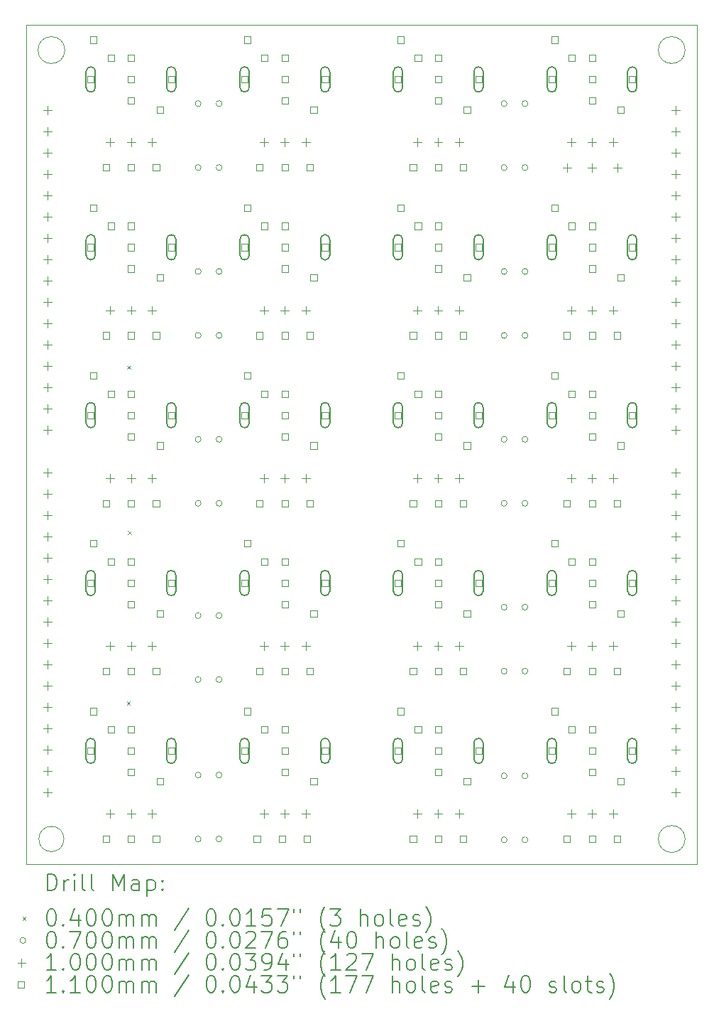
<source format=gbr>
%TF.GenerationSoftware,KiCad,Pcbnew,(6.0.11-0)*%
%TF.CreationDate,2023-03-26T21:43:21+01:00*%
%TF.ProjectId,ioboard,696f626f-6172-4642-9e6b-696361645f70,rev?*%
%TF.SameCoordinates,Original*%
%TF.FileFunction,Drillmap*%
%TF.FilePolarity,Positive*%
%FSLAX45Y45*%
G04 Gerber Fmt 4.5, Leading zero omitted, Abs format (unit mm)*
G04 Created by KiCad (PCBNEW (6.0.11-0)) date 2023-03-26 21:43:21*
%MOMM*%
%LPD*%
G01*
G04 APERTURE LIST*
%ADD10C,0.100000*%
%ADD11C,0.200000*%
%ADD12C,0.040000*%
%ADD13C,0.070000*%
%ADD14C,0.110000*%
G04 APERTURE END LIST*
D10*
X450000Y-9700000D02*
G75*
G03*
X450000Y-9700000I-150000J0D01*
G01*
X7860000Y-300000D02*
G75*
G03*
X7860000Y-300000I-160000J0D01*
G01*
X7860000Y-9700000D02*
G75*
G03*
X7860000Y-9700000I-160000J0D01*
G01*
X0Y0D02*
X8000000Y0D01*
X8000000Y0D02*
X8000000Y-10000000D01*
X8000000Y-10000000D02*
X0Y-10000000D01*
X0Y-10000000D02*
X0Y0D01*
X460000Y-300000D02*
G75*
G03*
X460000Y-300000I-160000J0D01*
G01*
D11*
D12*
X1200000Y-8060000D02*
X1240000Y-8100000D01*
X1240000Y-8060000D02*
X1200000Y-8100000D01*
X1201884Y-4060000D02*
X1241884Y-4100000D01*
X1241884Y-4060000D02*
X1201884Y-4100000D01*
X1210000Y-6030000D02*
X1250000Y-6070000D01*
X1250000Y-6030000D02*
X1210000Y-6070000D01*
D13*
X2085000Y-938000D02*
G75*
G03*
X2085000Y-938000I-35000J0D01*
G01*
X2085000Y-1700000D02*
G75*
G03*
X2085000Y-1700000I-35000J0D01*
G01*
X2085000Y-2938000D02*
G75*
G03*
X2085000Y-2938000I-35000J0D01*
G01*
X2085000Y-3700000D02*
G75*
G03*
X2085000Y-3700000I-35000J0D01*
G01*
X2085000Y-4938000D02*
G75*
G03*
X2085000Y-4938000I-35000J0D01*
G01*
X2085000Y-5700000D02*
G75*
G03*
X2085000Y-5700000I-35000J0D01*
G01*
X2085000Y-7038000D02*
G75*
G03*
X2085000Y-7038000I-35000J0D01*
G01*
X2085000Y-7800000D02*
G75*
G03*
X2085000Y-7800000I-35000J0D01*
G01*
X2085000Y-8938000D02*
G75*
G03*
X2085000Y-8938000I-35000J0D01*
G01*
X2085000Y-9700000D02*
G75*
G03*
X2085000Y-9700000I-35000J0D01*
G01*
X2335000Y-938000D02*
G75*
G03*
X2335000Y-938000I-35000J0D01*
G01*
X2335000Y-1700000D02*
G75*
G03*
X2335000Y-1700000I-35000J0D01*
G01*
X2335000Y-2938000D02*
G75*
G03*
X2335000Y-2938000I-35000J0D01*
G01*
X2335000Y-3700000D02*
G75*
G03*
X2335000Y-3700000I-35000J0D01*
G01*
X2335000Y-4938000D02*
G75*
G03*
X2335000Y-4938000I-35000J0D01*
G01*
X2335000Y-5700000D02*
G75*
G03*
X2335000Y-5700000I-35000J0D01*
G01*
X2335000Y-7038000D02*
G75*
G03*
X2335000Y-7038000I-35000J0D01*
G01*
X2335000Y-7800000D02*
G75*
G03*
X2335000Y-7800000I-35000J0D01*
G01*
X2335000Y-8938000D02*
G75*
G03*
X2335000Y-8938000I-35000J0D01*
G01*
X2335000Y-9700000D02*
G75*
G03*
X2335000Y-9700000I-35000J0D01*
G01*
X5735000Y-938000D02*
G75*
G03*
X5735000Y-938000I-35000J0D01*
G01*
X5735000Y-1700000D02*
G75*
G03*
X5735000Y-1700000I-35000J0D01*
G01*
X5735000Y-2938000D02*
G75*
G03*
X5735000Y-2938000I-35000J0D01*
G01*
X5735000Y-3700000D02*
G75*
G03*
X5735000Y-3700000I-35000J0D01*
G01*
X5735000Y-4938000D02*
G75*
G03*
X5735000Y-4938000I-35000J0D01*
G01*
X5735000Y-5700000D02*
G75*
G03*
X5735000Y-5700000I-35000J0D01*
G01*
X5735000Y-6938000D02*
G75*
G03*
X5735000Y-6938000I-35000J0D01*
G01*
X5735000Y-7700000D02*
G75*
G03*
X5735000Y-7700000I-35000J0D01*
G01*
X5735000Y-8948000D02*
G75*
G03*
X5735000Y-8948000I-35000J0D01*
G01*
X5735000Y-9710000D02*
G75*
G03*
X5735000Y-9710000I-35000J0D01*
G01*
X5985000Y-938000D02*
G75*
G03*
X5985000Y-938000I-35000J0D01*
G01*
X5985000Y-1700000D02*
G75*
G03*
X5985000Y-1700000I-35000J0D01*
G01*
X5985000Y-2938000D02*
G75*
G03*
X5985000Y-2938000I-35000J0D01*
G01*
X5985000Y-3700000D02*
G75*
G03*
X5985000Y-3700000I-35000J0D01*
G01*
X5985000Y-4938000D02*
G75*
G03*
X5985000Y-4938000I-35000J0D01*
G01*
X5985000Y-5700000D02*
G75*
G03*
X5985000Y-5700000I-35000J0D01*
G01*
X5985000Y-6938000D02*
G75*
G03*
X5985000Y-6938000I-35000J0D01*
G01*
X5985000Y-7700000D02*
G75*
G03*
X5985000Y-7700000I-35000J0D01*
G01*
X5985000Y-8948000D02*
G75*
G03*
X5985000Y-8948000I-35000J0D01*
G01*
X5985000Y-9710000D02*
G75*
G03*
X5985000Y-9710000I-35000J0D01*
G01*
D10*
X254000Y-966000D02*
X254000Y-1066000D01*
X204000Y-1016000D02*
X304000Y-1016000D01*
X254000Y-1220000D02*
X254000Y-1320000D01*
X204000Y-1270000D02*
X304000Y-1270000D01*
X254000Y-1474000D02*
X254000Y-1574000D01*
X204000Y-1524000D02*
X304000Y-1524000D01*
X254000Y-1728000D02*
X254000Y-1828000D01*
X204000Y-1778000D02*
X304000Y-1778000D01*
X254000Y-1982000D02*
X254000Y-2082000D01*
X204000Y-2032000D02*
X304000Y-2032000D01*
X254000Y-2236000D02*
X254000Y-2336000D01*
X204000Y-2286000D02*
X304000Y-2286000D01*
X254000Y-2490000D02*
X254000Y-2590000D01*
X204000Y-2540000D02*
X304000Y-2540000D01*
X254000Y-2744000D02*
X254000Y-2844000D01*
X204000Y-2794000D02*
X304000Y-2794000D01*
X254000Y-2998000D02*
X254000Y-3098000D01*
X204000Y-3048000D02*
X304000Y-3048000D01*
X254000Y-3252000D02*
X254000Y-3352000D01*
X204000Y-3302000D02*
X304000Y-3302000D01*
X254000Y-3506000D02*
X254000Y-3606000D01*
X204000Y-3556000D02*
X304000Y-3556000D01*
X254000Y-3760000D02*
X254000Y-3860000D01*
X204000Y-3810000D02*
X304000Y-3810000D01*
X254000Y-4014000D02*
X254000Y-4114000D01*
X204000Y-4064000D02*
X304000Y-4064000D01*
X254000Y-4268000D02*
X254000Y-4368000D01*
X204000Y-4318000D02*
X304000Y-4318000D01*
X254000Y-4522000D02*
X254000Y-4622000D01*
X204000Y-4572000D02*
X304000Y-4572000D01*
X254000Y-4776000D02*
X254000Y-4876000D01*
X204000Y-4826000D02*
X304000Y-4826000D01*
X254000Y-5284000D02*
X254000Y-5384000D01*
X204000Y-5334000D02*
X304000Y-5334000D01*
X254000Y-5538000D02*
X254000Y-5638000D01*
X204000Y-5588000D02*
X304000Y-5588000D01*
X254000Y-5792000D02*
X254000Y-5892000D01*
X204000Y-5842000D02*
X304000Y-5842000D01*
X254000Y-6046000D02*
X254000Y-6146000D01*
X204000Y-6096000D02*
X304000Y-6096000D01*
X254000Y-6300000D02*
X254000Y-6400000D01*
X204000Y-6350000D02*
X304000Y-6350000D01*
X254000Y-6554000D02*
X254000Y-6654000D01*
X204000Y-6604000D02*
X304000Y-6604000D01*
X254000Y-6808000D02*
X254000Y-6908000D01*
X204000Y-6858000D02*
X304000Y-6858000D01*
X254000Y-7062000D02*
X254000Y-7162000D01*
X204000Y-7112000D02*
X304000Y-7112000D01*
X254000Y-7316000D02*
X254000Y-7416000D01*
X204000Y-7366000D02*
X304000Y-7366000D01*
X254000Y-7570000D02*
X254000Y-7670000D01*
X204000Y-7620000D02*
X304000Y-7620000D01*
X254000Y-7824000D02*
X254000Y-7924000D01*
X204000Y-7874000D02*
X304000Y-7874000D01*
X254000Y-8078000D02*
X254000Y-8178000D01*
X204000Y-8128000D02*
X304000Y-8128000D01*
X254000Y-8332000D02*
X254000Y-8432000D01*
X204000Y-8382000D02*
X304000Y-8382000D01*
X254000Y-8586000D02*
X254000Y-8686000D01*
X204000Y-8636000D02*
X304000Y-8636000D01*
X254000Y-8840000D02*
X254000Y-8940000D01*
X204000Y-8890000D02*
X304000Y-8890000D01*
X254000Y-9094000D02*
X254000Y-9194000D01*
X204000Y-9144000D02*
X304000Y-9144000D01*
X1000000Y-1350000D02*
X1000000Y-1450000D01*
X950000Y-1400000D02*
X1050000Y-1400000D01*
X1000000Y-3350000D02*
X1000000Y-3450000D01*
X950000Y-3400000D02*
X1050000Y-3400000D01*
X1000000Y-5350000D02*
X1000000Y-5450000D01*
X950000Y-5400000D02*
X1050000Y-5400000D01*
X1000000Y-7350000D02*
X1000000Y-7450000D01*
X950000Y-7400000D02*
X1050000Y-7400000D01*
X1000000Y-9350000D02*
X1000000Y-9450000D01*
X950000Y-9400000D02*
X1050000Y-9400000D01*
X1250000Y-1350000D02*
X1250000Y-1450000D01*
X1200000Y-1400000D02*
X1300000Y-1400000D01*
X1250000Y-3350000D02*
X1250000Y-3450000D01*
X1200000Y-3400000D02*
X1300000Y-3400000D01*
X1250000Y-5350000D02*
X1250000Y-5450000D01*
X1200000Y-5400000D02*
X1300000Y-5400000D01*
X1250000Y-7350000D02*
X1250000Y-7450000D01*
X1200000Y-7400000D02*
X1300000Y-7400000D01*
X1250000Y-9350000D02*
X1250000Y-9450000D01*
X1200000Y-9400000D02*
X1300000Y-9400000D01*
X1500000Y-1350000D02*
X1500000Y-1450000D01*
X1450000Y-1400000D02*
X1550000Y-1400000D01*
X1500000Y-3350000D02*
X1500000Y-3450000D01*
X1450000Y-3400000D02*
X1550000Y-3400000D01*
X1500000Y-5350000D02*
X1500000Y-5450000D01*
X1450000Y-5400000D02*
X1550000Y-5400000D01*
X1500000Y-7350000D02*
X1500000Y-7450000D01*
X1450000Y-7400000D02*
X1550000Y-7400000D01*
X1500000Y-9350000D02*
X1500000Y-9450000D01*
X1450000Y-9400000D02*
X1550000Y-9400000D01*
X2835000Y-1350000D02*
X2835000Y-1450000D01*
X2785000Y-1400000D02*
X2885000Y-1400000D01*
X2835000Y-3350000D02*
X2835000Y-3450000D01*
X2785000Y-3400000D02*
X2885000Y-3400000D01*
X2835000Y-5350000D02*
X2835000Y-5450000D01*
X2785000Y-5400000D02*
X2885000Y-5400000D01*
X2835000Y-7350000D02*
X2835000Y-7450000D01*
X2785000Y-7400000D02*
X2885000Y-7400000D01*
X2835000Y-9350000D02*
X2835000Y-9450000D01*
X2785000Y-9400000D02*
X2885000Y-9400000D01*
X3085000Y-1350000D02*
X3085000Y-1450000D01*
X3035000Y-1400000D02*
X3135000Y-1400000D01*
X3085000Y-3350000D02*
X3085000Y-3450000D01*
X3035000Y-3400000D02*
X3135000Y-3400000D01*
X3085000Y-5350000D02*
X3085000Y-5450000D01*
X3035000Y-5400000D02*
X3135000Y-5400000D01*
X3085000Y-7350000D02*
X3085000Y-7450000D01*
X3035000Y-7400000D02*
X3135000Y-7400000D01*
X3085000Y-9350000D02*
X3085000Y-9450000D01*
X3035000Y-9400000D02*
X3135000Y-9400000D01*
X3335000Y-1350000D02*
X3335000Y-1450000D01*
X3285000Y-1400000D02*
X3385000Y-1400000D01*
X3335000Y-3350000D02*
X3335000Y-3450000D01*
X3285000Y-3400000D02*
X3385000Y-3400000D01*
X3335000Y-5350000D02*
X3335000Y-5450000D01*
X3285000Y-5400000D02*
X3385000Y-5400000D01*
X3335000Y-7350000D02*
X3335000Y-7450000D01*
X3285000Y-7400000D02*
X3385000Y-7400000D01*
X3335000Y-9350000D02*
X3335000Y-9450000D01*
X3285000Y-9400000D02*
X3385000Y-9400000D01*
X4665000Y-1350000D02*
X4665000Y-1450000D01*
X4615000Y-1400000D02*
X4715000Y-1400000D01*
X4665000Y-3350000D02*
X4665000Y-3450000D01*
X4615000Y-3400000D02*
X4715000Y-3400000D01*
X4665000Y-5350000D02*
X4665000Y-5450000D01*
X4615000Y-5400000D02*
X4715000Y-5400000D01*
X4665000Y-7350000D02*
X4665000Y-7450000D01*
X4615000Y-7400000D02*
X4715000Y-7400000D01*
X4665000Y-9350000D02*
X4665000Y-9450000D01*
X4615000Y-9400000D02*
X4715000Y-9400000D01*
X4915000Y-1350000D02*
X4915000Y-1450000D01*
X4865000Y-1400000D02*
X4965000Y-1400000D01*
X4915000Y-3350000D02*
X4915000Y-3450000D01*
X4865000Y-3400000D02*
X4965000Y-3400000D01*
X4915000Y-5350000D02*
X4915000Y-5450000D01*
X4865000Y-5400000D02*
X4965000Y-5400000D01*
X4915000Y-7350000D02*
X4915000Y-7450000D01*
X4865000Y-7400000D02*
X4965000Y-7400000D01*
X4915000Y-9350000D02*
X4915000Y-9450000D01*
X4865000Y-9400000D02*
X4965000Y-9400000D01*
X5165000Y-1350000D02*
X5165000Y-1450000D01*
X5115000Y-1400000D02*
X5215000Y-1400000D01*
X5165000Y-3350000D02*
X5165000Y-3450000D01*
X5115000Y-3400000D02*
X5215000Y-3400000D01*
X5165000Y-5350000D02*
X5165000Y-5450000D01*
X5115000Y-5400000D02*
X5215000Y-5400000D01*
X5165000Y-7350000D02*
X5165000Y-7450000D01*
X5115000Y-7400000D02*
X5215000Y-7400000D01*
X5165000Y-9350000D02*
X5165000Y-9450000D01*
X5115000Y-9400000D02*
X5215000Y-9400000D01*
X6450000Y-1650000D02*
X6450000Y-1750000D01*
X6400000Y-1700000D02*
X6500000Y-1700000D01*
X6500000Y-1350000D02*
X6500000Y-1450000D01*
X6450000Y-1400000D02*
X6550000Y-1400000D01*
X6500000Y-3350000D02*
X6500000Y-3450000D01*
X6450000Y-3400000D02*
X6550000Y-3400000D01*
X6500000Y-5350000D02*
X6500000Y-5450000D01*
X6450000Y-5400000D02*
X6550000Y-5400000D01*
X6500000Y-7350000D02*
X6500000Y-7450000D01*
X6450000Y-7400000D02*
X6550000Y-7400000D01*
X6500000Y-9350000D02*
X6500000Y-9450000D01*
X6450000Y-9400000D02*
X6550000Y-9400000D01*
X6750000Y-1350000D02*
X6750000Y-1450000D01*
X6700000Y-1400000D02*
X6800000Y-1400000D01*
X6750000Y-1650000D02*
X6750000Y-1750000D01*
X6700000Y-1700000D02*
X6800000Y-1700000D01*
X6750000Y-3350000D02*
X6750000Y-3450000D01*
X6700000Y-3400000D02*
X6800000Y-3400000D01*
X6750000Y-5350000D02*
X6750000Y-5450000D01*
X6700000Y-5400000D02*
X6800000Y-5400000D01*
X6750000Y-7350000D02*
X6750000Y-7450000D01*
X6700000Y-7400000D02*
X6800000Y-7400000D01*
X6750000Y-9350000D02*
X6750000Y-9450000D01*
X6700000Y-9400000D02*
X6800000Y-9400000D01*
X7000000Y-1350000D02*
X7000000Y-1450000D01*
X6950000Y-1400000D02*
X7050000Y-1400000D01*
X7000000Y-3350000D02*
X7000000Y-3450000D01*
X6950000Y-3400000D02*
X7050000Y-3400000D01*
X7000000Y-5350000D02*
X7000000Y-5450000D01*
X6950000Y-5400000D02*
X7050000Y-5400000D01*
X7000000Y-7350000D02*
X7000000Y-7450000D01*
X6950000Y-7400000D02*
X7050000Y-7400000D01*
X7000000Y-9350000D02*
X7000000Y-9450000D01*
X6950000Y-9400000D02*
X7050000Y-9400000D01*
X7050000Y-1650000D02*
X7050000Y-1750000D01*
X7000000Y-1700000D02*
X7100000Y-1700000D01*
X7746000Y-966000D02*
X7746000Y-1066000D01*
X7696000Y-1016000D02*
X7796000Y-1016000D01*
X7746000Y-1220000D02*
X7746000Y-1320000D01*
X7696000Y-1270000D02*
X7796000Y-1270000D01*
X7746000Y-1474000D02*
X7746000Y-1574000D01*
X7696000Y-1524000D02*
X7796000Y-1524000D01*
X7746000Y-1728000D02*
X7746000Y-1828000D01*
X7696000Y-1778000D02*
X7796000Y-1778000D01*
X7746000Y-1982000D02*
X7746000Y-2082000D01*
X7696000Y-2032000D02*
X7796000Y-2032000D01*
X7746000Y-2236000D02*
X7746000Y-2336000D01*
X7696000Y-2286000D02*
X7796000Y-2286000D01*
X7746000Y-2490000D02*
X7746000Y-2590000D01*
X7696000Y-2540000D02*
X7796000Y-2540000D01*
X7746000Y-2744000D02*
X7746000Y-2844000D01*
X7696000Y-2794000D02*
X7796000Y-2794000D01*
X7746000Y-2998000D02*
X7746000Y-3098000D01*
X7696000Y-3048000D02*
X7796000Y-3048000D01*
X7746000Y-3252000D02*
X7746000Y-3352000D01*
X7696000Y-3302000D02*
X7796000Y-3302000D01*
X7746000Y-3506000D02*
X7746000Y-3606000D01*
X7696000Y-3556000D02*
X7796000Y-3556000D01*
X7746000Y-3760000D02*
X7746000Y-3860000D01*
X7696000Y-3810000D02*
X7796000Y-3810000D01*
X7746000Y-4014000D02*
X7746000Y-4114000D01*
X7696000Y-4064000D02*
X7796000Y-4064000D01*
X7746000Y-4268000D02*
X7746000Y-4368000D01*
X7696000Y-4318000D02*
X7796000Y-4318000D01*
X7746000Y-4522000D02*
X7746000Y-4622000D01*
X7696000Y-4572000D02*
X7796000Y-4572000D01*
X7746000Y-4776000D02*
X7746000Y-4876000D01*
X7696000Y-4826000D02*
X7796000Y-4826000D01*
X7746000Y-5284000D02*
X7746000Y-5384000D01*
X7696000Y-5334000D02*
X7796000Y-5334000D01*
X7746000Y-5538000D02*
X7746000Y-5638000D01*
X7696000Y-5588000D02*
X7796000Y-5588000D01*
X7746000Y-5792000D02*
X7746000Y-5892000D01*
X7696000Y-5842000D02*
X7796000Y-5842000D01*
X7746000Y-6046000D02*
X7746000Y-6146000D01*
X7696000Y-6096000D02*
X7796000Y-6096000D01*
X7746000Y-6300000D02*
X7746000Y-6400000D01*
X7696000Y-6350000D02*
X7796000Y-6350000D01*
X7746000Y-6554000D02*
X7746000Y-6654000D01*
X7696000Y-6604000D02*
X7796000Y-6604000D01*
X7746000Y-6808000D02*
X7746000Y-6908000D01*
X7696000Y-6858000D02*
X7796000Y-6858000D01*
X7746000Y-7062000D02*
X7746000Y-7162000D01*
X7696000Y-7112000D02*
X7796000Y-7112000D01*
X7746000Y-7316000D02*
X7746000Y-7416000D01*
X7696000Y-7366000D02*
X7796000Y-7366000D01*
X7746000Y-7570000D02*
X7746000Y-7670000D01*
X7696000Y-7620000D02*
X7796000Y-7620000D01*
X7746000Y-7824000D02*
X7746000Y-7924000D01*
X7696000Y-7874000D02*
X7796000Y-7874000D01*
X7746000Y-8078000D02*
X7746000Y-8178000D01*
X7696000Y-8128000D02*
X7796000Y-8128000D01*
X7746000Y-8332000D02*
X7746000Y-8432000D01*
X7696000Y-8382000D02*
X7796000Y-8382000D01*
X7746000Y-8586000D02*
X7746000Y-8686000D01*
X7696000Y-8636000D02*
X7796000Y-8636000D01*
X7746000Y-8840000D02*
X7746000Y-8940000D01*
X7696000Y-8890000D02*
X7796000Y-8890000D01*
X7746000Y-9094000D02*
X7746000Y-9194000D01*
X7696000Y-9144000D02*
X7796000Y-9144000D01*
D14*
X808891Y-688891D02*
X808891Y-611109D01*
X731109Y-611109D01*
X731109Y-688891D01*
X808891Y-688891D01*
D11*
X825000Y-745000D02*
X825000Y-555000D01*
X715000Y-745000D02*
X715000Y-555000D01*
X825000Y-555000D02*
G75*
G03*
X715000Y-555000I-55000J0D01*
G01*
X715000Y-745000D02*
G75*
G03*
X825000Y-745000I55000J0D01*
G01*
D14*
X808891Y-2688891D02*
X808891Y-2611109D01*
X731109Y-2611109D01*
X731109Y-2688891D01*
X808891Y-2688891D01*
D11*
X825000Y-2745000D02*
X825000Y-2555000D01*
X715000Y-2745000D02*
X715000Y-2555000D01*
X825000Y-2555000D02*
G75*
G03*
X715000Y-2555000I-55000J0D01*
G01*
X715000Y-2745000D02*
G75*
G03*
X825000Y-2745000I55000J0D01*
G01*
D14*
X808891Y-4688891D02*
X808891Y-4611109D01*
X731109Y-4611109D01*
X731109Y-4688891D01*
X808891Y-4688891D01*
D11*
X825000Y-4745000D02*
X825000Y-4555000D01*
X715000Y-4745000D02*
X715000Y-4555000D01*
X825000Y-4555000D02*
G75*
G03*
X715000Y-4555000I-55000J0D01*
G01*
X715000Y-4745000D02*
G75*
G03*
X825000Y-4745000I55000J0D01*
G01*
D14*
X808891Y-6688891D02*
X808891Y-6611109D01*
X731109Y-6611109D01*
X731109Y-6688891D01*
X808891Y-6688891D01*
D11*
X825000Y-6745000D02*
X825000Y-6555000D01*
X715000Y-6745000D02*
X715000Y-6555000D01*
X825000Y-6555000D02*
G75*
G03*
X715000Y-6555000I-55000J0D01*
G01*
X715000Y-6745000D02*
G75*
G03*
X825000Y-6745000I55000J0D01*
G01*
D14*
X808891Y-8688891D02*
X808891Y-8611109D01*
X731109Y-8611109D01*
X731109Y-8688891D01*
X808891Y-8688891D01*
D11*
X825000Y-8745000D02*
X825000Y-8555000D01*
X715000Y-8745000D02*
X715000Y-8555000D01*
X825000Y-8555000D02*
G75*
G03*
X715000Y-8555000I-55000J0D01*
G01*
X715000Y-8745000D02*
G75*
G03*
X825000Y-8745000I55000J0D01*
G01*
D14*
X841872Y-217008D02*
X841872Y-139225D01*
X764090Y-139225D01*
X764090Y-217008D01*
X841872Y-217008D01*
X841872Y-2217008D02*
X841872Y-2139225D01*
X764090Y-2139225D01*
X764090Y-2217008D01*
X841872Y-2217008D01*
X841872Y-4217008D02*
X841872Y-4139225D01*
X764090Y-4139225D01*
X764090Y-4217008D01*
X841872Y-4217008D01*
X841872Y-6217008D02*
X841872Y-6139225D01*
X764090Y-6139225D01*
X764090Y-6217008D01*
X841872Y-6217008D01*
X841872Y-8217008D02*
X841872Y-8139225D01*
X764090Y-8139225D01*
X764090Y-8217008D01*
X841872Y-8217008D01*
X988891Y-1738891D02*
X988891Y-1661109D01*
X911109Y-1661109D01*
X911109Y-1738891D01*
X988891Y-1738891D01*
X988891Y-3738891D02*
X988891Y-3661109D01*
X911109Y-3661109D01*
X911109Y-3738891D01*
X988891Y-3738891D01*
X988891Y-5738891D02*
X988891Y-5661109D01*
X911109Y-5661109D01*
X911109Y-5738891D01*
X988891Y-5738891D01*
X988891Y-7738891D02*
X988891Y-7661109D01*
X911109Y-7661109D01*
X911109Y-7738891D01*
X988891Y-7738891D01*
X988891Y-9738891D02*
X988891Y-9661109D01*
X911109Y-9661109D01*
X911109Y-9738891D01*
X988891Y-9738891D01*
X1048189Y-434800D02*
X1048189Y-357018D01*
X970406Y-357018D01*
X970406Y-434800D01*
X1048189Y-434800D01*
X1048189Y-2434800D02*
X1048189Y-2357018D01*
X970406Y-2357018D01*
X970406Y-2434800D01*
X1048189Y-2434800D01*
X1048189Y-4434800D02*
X1048189Y-4357018D01*
X970406Y-4357018D01*
X970406Y-4434800D01*
X1048189Y-4434800D01*
X1048189Y-6434800D02*
X1048189Y-6357018D01*
X970406Y-6357018D01*
X970406Y-6434800D01*
X1048189Y-6434800D01*
X1048189Y-8434800D02*
X1048189Y-8357018D01*
X970406Y-8357018D01*
X970406Y-8434800D01*
X1048189Y-8434800D01*
X1288891Y-434891D02*
X1288891Y-357109D01*
X1211109Y-357109D01*
X1211109Y-434891D01*
X1288891Y-434891D01*
X1288891Y-688891D02*
X1288891Y-611109D01*
X1211109Y-611109D01*
X1211109Y-688891D01*
X1288891Y-688891D01*
X1288891Y-942891D02*
X1288891Y-865109D01*
X1211109Y-865109D01*
X1211109Y-942891D01*
X1288891Y-942891D01*
X1288891Y-1738891D02*
X1288891Y-1661109D01*
X1211109Y-1661109D01*
X1211109Y-1738891D01*
X1288891Y-1738891D01*
X1288891Y-2434891D02*
X1288891Y-2357109D01*
X1211109Y-2357109D01*
X1211109Y-2434891D01*
X1288891Y-2434891D01*
X1288891Y-2688891D02*
X1288891Y-2611109D01*
X1211109Y-2611109D01*
X1211109Y-2688891D01*
X1288891Y-2688891D01*
X1288891Y-2942891D02*
X1288891Y-2865109D01*
X1211109Y-2865109D01*
X1211109Y-2942891D01*
X1288891Y-2942891D01*
X1288891Y-3738891D02*
X1288891Y-3661109D01*
X1211109Y-3661109D01*
X1211109Y-3738891D01*
X1288891Y-3738891D01*
X1288891Y-4434891D02*
X1288891Y-4357109D01*
X1211109Y-4357109D01*
X1211109Y-4434891D01*
X1288891Y-4434891D01*
X1288891Y-4688891D02*
X1288891Y-4611109D01*
X1211109Y-4611109D01*
X1211109Y-4688891D01*
X1288891Y-4688891D01*
X1288891Y-4942891D02*
X1288891Y-4865109D01*
X1211109Y-4865109D01*
X1211109Y-4942891D01*
X1288891Y-4942891D01*
X1288891Y-5738891D02*
X1288891Y-5661109D01*
X1211109Y-5661109D01*
X1211109Y-5738891D01*
X1288891Y-5738891D01*
X1288891Y-6434891D02*
X1288891Y-6357109D01*
X1211109Y-6357109D01*
X1211109Y-6434891D01*
X1288891Y-6434891D01*
X1288891Y-6688891D02*
X1288891Y-6611109D01*
X1211109Y-6611109D01*
X1211109Y-6688891D01*
X1288891Y-6688891D01*
X1288891Y-6942891D02*
X1288891Y-6865109D01*
X1211109Y-6865109D01*
X1211109Y-6942891D01*
X1288891Y-6942891D01*
X1288891Y-7738891D02*
X1288891Y-7661109D01*
X1211109Y-7661109D01*
X1211109Y-7738891D01*
X1288891Y-7738891D01*
X1288891Y-8434891D02*
X1288891Y-8357109D01*
X1211109Y-8357109D01*
X1211109Y-8434891D01*
X1288891Y-8434891D01*
X1288891Y-8688891D02*
X1288891Y-8611109D01*
X1211109Y-8611109D01*
X1211109Y-8688891D01*
X1288891Y-8688891D01*
X1288891Y-8942891D02*
X1288891Y-8865109D01*
X1211109Y-8865109D01*
X1211109Y-8942891D01*
X1288891Y-8942891D01*
X1288891Y-9738891D02*
X1288891Y-9661109D01*
X1211109Y-9661109D01*
X1211109Y-9738891D01*
X1288891Y-9738891D01*
X1588891Y-1738891D02*
X1588891Y-1661109D01*
X1511109Y-1661109D01*
X1511109Y-1738891D01*
X1588891Y-1738891D01*
X1588891Y-3738891D02*
X1588891Y-3661109D01*
X1511109Y-3661109D01*
X1511109Y-3738891D01*
X1588891Y-3738891D01*
X1588891Y-5738891D02*
X1588891Y-5661109D01*
X1511109Y-5661109D01*
X1511109Y-5738891D01*
X1588891Y-5738891D01*
X1588891Y-7738891D02*
X1588891Y-7661109D01*
X1511109Y-7661109D01*
X1511109Y-7738891D01*
X1588891Y-7738891D01*
X1588891Y-9738891D02*
X1588891Y-9661109D01*
X1511109Y-9661109D01*
X1511109Y-9738891D01*
X1588891Y-9738891D01*
X1632752Y-1051879D02*
X1632752Y-974096D01*
X1554969Y-974096D01*
X1554969Y-1051879D01*
X1632752Y-1051879D01*
X1632752Y-3051879D02*
X1632752Y-2974096D01*
X1554969Y-2974096D01*
X1554969Y-3051879D01*
X1632752Y-3051879D01*
X1632752Y-5051879D02*
X1632752Y-4974096D01*
X1554969Y-4974096D01*
X1554969Y-5051879D01*
X1632752Y-5051879D01*
X1632752Y-7051879D02*
X1632752Y-6974096D01*
X1554969Y-6974096D01*
X1554969Y-7051879D01*
X1632752Y-7051879D01*
X1632752Y-9051879D02*
X1632752Y-8974096D01*
X1554969Y-8974096D01*
X1554969Y-9051879D01*
X1632752Y-9051879D01*
X1768891Y-688891D02*
X1768891Y-611109D01*
X1691109Y-611109D01*
X1691109Y-688891D01*
X1768891Y-688891D01*
D11*
X1785000Y-745000D02*
X1785000Y-555000D01*
X1675000Y-745000D02*
X1675000Y-555000D01*
X1785000Y-555000D02*
G75*
G03*
X1675000Y-555000I-55000J0D01*
G01*
X1675000Y-745000D02*
G75*
G03*
X1785000Y-745000I55000J0D01*
G01*
D14*
X1768891Y-2688891D02*
X1768891Y-2611109D01*
X1691109Y-2611109D01*
X1691109Y-2688891D01*
X1768891Y-2688891D01*
D11*
X1785000Y-2745000D02*
X1785000Y-2555000D01*
X1675000Y-2745000D02*
X1675000Y-2555000D01*
X1785000Y-2555000D02*
G75*
G03*
X1675000Y-2555000I-55000J0D01*
G01*
X1675000Y-2745000D02*
G75*
G03*
X1785000Y-2745000I55000J0D01*
G01*
D14*
X1768891Y-4688891D02*
X1768891Y-4611109D01*
X1691109Y-4611109D01*
X1691109Y-4688891D01*
X1768891Y-4688891D01*
D11*
X1785000Y-4745000D02*
X1785000Y-4555000D01*
X1675000Y-4745000D02*
X1675000Y-4555000D01*
X1785000Y-4555000D02*
G75*
G03*
X1675000Y-4555000I-55000J0D01*
G01*
X1675000Y-4745000D02*
G75*
G03*
X1785000Y-4745000I55000J0D01*
G01*
D14*
X1768891Y-6688891D02*
X1768891Y-6611109D01*
X1691109Y-6611109D01*
X1691109Y-6688891D01*
X1768891Y-6688891D01*
D11*
X1785000Y-6745000D02*
X1785000Y-6555000D01*
X1675000Y-6745000D02*
X1675000Y-6555000D01*
X1785000Y-6555000D02*
G75*
G03*
X1675000Y-6555000I-55000J0D01*
G01*
X1675000Y-6745000D02*
G75*
G03*
X1785000Y-6745000I55000J0D01*
G01*
D14*
X1768891Y-8688891D02*
X1768891Y-8611109D01*
X1691109Y-8611109D01*
X1691109Y-8688891D01*
X1768891Y-8688891D01*
D11*
X1785000Y-8745000D02*
X1785000Y-8555000D01*
X1675000Y-8745000D02*
X1675000Y-8555000D01*
X1785000Y-8555000D02*
G75*
G03*
X1675000Y-8555000I-55000J0D01*
G01*
X1675000Y-8745000D02*
G75*
G03*
X1785000Y-8745000I55000J0D01*
G01*
D14*
X2643891Y-688891D02*
X2643891Y-611109D01*
X2566109Y-611109D01*
X2566109Y-688891D01*
X2643891Y-688891D01*
D11*
X2660000Y-745000D02*
X2660000Y-555000D01*
X2550000Y-745000D02*
X2550000Y-555000D01*
X2660000Y-555000D02*
G75*
G03*
X2550000Y-555000I-55000J0D01*
G01*
X2550000Y-745000D02*
G75*
G03*
X2660000Y-745000I55000J0D01*
G01*
D14*
X2643891Y-2688891D02*
X2643891Y-2611109D01*
X2566109Y-2611109D01*
X2566109Y-2688891D01*
X2643891Y-2688891D01*
D11*
X2660000Y-2745000D02*
X2660000Y-2555000D01*
X2550000Y-2745000D02*
X2550000Y-2555000D01*
X2660000Y-2555000D02*
G75*
G03*
X2550000Y-2555000I-55000J0D01*
G01*
X2550000Y-2745000D02*
G75*
G03*
X2660000Y-2745000I55000J0D01*
G01*
D14*
X2643891Y-4688891D02*
X2643891Y-4611109D01*
X2566109Y-4611109D01*
X2566109Y-4688891D01*
X2643891Y-4688891D01*
D11*
X2660000Y-4745000D02*
X2660000Y-4555000D01*
X2550000Y-4745000D02*
X2550000Y-4555000D01*
X2660000Y-4555000D02*
G75*
G03*
X2550000Y-4555000I-55000J0D01*
G01*
X2550000Y-4745000D02*
G75*
G03*
X2660000Y-4745000I55000J0D01*
G01*
D14*
X2643891Y-6688891D02*
X2643891Y-6611109D01*
X2566109Y-6611109D01*
X2566109Y-6688891D01*
X2643891Y-6688891D01*
D11*
X2660000Y-6745000D02*
X2660000Y-6555000D01*
X2550000Y-6745000D02*
X2550000Y-6555000D01*
X2660000Y-6555000D02*
G75*
G03*
X2550000Y-6555000I-55000J0D01*
G01*
X2550000Y-6745000D02*
G75*
G03*
X2660000Y-6745000I55000J0D01*
G01*
D14*
X2643891Y-8688891D02*
X2643891Y-8611109D01*
X2566109Y-8611109D01*
X2566109Y-8688891D01*
X2643891Y-8688891D01*
D11*
X2660000Y-8745000D02*
X2660000Y-8555000D01*
X2550000Y-8745000D02*
X2550000Y-8555000D01*
X2660000Y-8555000D02*
G75*
G03*
X2550000Y-8555000I-55000J0D01*
G01*
X2550000Y-8745000D02*
G75*
G03*
X2660000Y-8745000I55000J0D01*
G01*
D14*
X2676872Y-217008D02*
X2676872Y-139225D01*
X2599090Y-139225D01*
X2599090Y-217008D01*
X2676872Y-217008D01*
X2676872Y-2217008D02*
X2676872Y-2139225D01*
X2599090Y-2139225D01*
X2599090Y-2217008D01*
X2676872Y-2217008D01*
X2676872Y-4217008D02*
X2676872Y-4139225D01*
X2599090Y-4139225D01*
X2599090Y-4217008D01*
X2676872Y-4217008D01*
X2676872Y-6217008D02*
X2676872Y-6139225D01*
X2599090Y-6139225D01*
X2599090Y-6217008D01*
X2676872Y-6217008D01*
X2676872Y-8217008D02*
X2676872Y-8139225D01*
X2599090Y-8139225D01*
X2599090Y-8217008D01*
X2676872Y-8217008D01*
X2790891Y-9738891D02*
X2790891Y-9661109D01*
X2713109Y-9661109D01*
X2713109Y-9738891D01*
X2790891Y-9738891D01*
X2823891Y-1738891D02*
X2823891Y-1661109D01*
X2746109Y-1661109D01*
X2746109Y-1738891D01*
X2823891Y-1738891D01*
X2823891Y-3738891D02*
X2823891Y-3661109D01*
X2746109Y-3661109D01*
X2746109Y-3738891D01*
X2823891Y-3738891D01*
X2823891Y-5738891D02*
X2823891Y-5661109D01*
X2746109Y-5661109D01*
X2746109Y-5738891D01*
X2823891Y-5738891D01*
X2823891Y-7738891D02*
X2823891Y-7661109D01*
X2746109Y-7661109D01*
X2746109Y-7738891D01*
X2823891Y-7738891D01*
X2883189Y-434800D02*
X2883189Y-357018D01*
X2805406Y-357018D01*
X2805406Y-434800D01*
X2883189Y-434800D01*
X2883189Y-2434800D02*
X2883189Y-2357018D01*
X2805406Y-2357018D01*
X2805406Y-2434800D01*
X2883189Y-2434800D01*
X2883189Y-4434800D02*
X2883189Y-4357018D01*
X2805406Y-4357018D01*
X2805406Y-4434800D01*
X2883189Y-4434800D01*
X2883189Y-6434800D02*
X2883189Y-6357018D01*
X2805406Y-6357018D01*
X2805406Y-6434800D01*
X2883189Y-6434800D01*
X2883189Y-8434800D02*
X2883189Y-8357018D01*
X2805406Y-8357018D01*
X2805406Y-8434800D01*
X2883189Y-8434800D01*
X3090891Y-9738891D02*
X3090891Y-9661109D01*
X3013109Y-9661109D01*
X3013109Y-9738891D01*
X3090891Y-9738891D01*
X3123891Y-434891D02*
X3123891Y-357109D01*
X3046109Y-357109D01*
X3046109Y-434891D01*
X3123891Y-434891D01*
X3123891Y-688891D02*
X3123891Y-611109D01*
X3046109Y-611109D01*
X3046109Y-688891D01*
X3123891Y-688891D01*
X3123891Y-942891D02*
X3123891Y-865109D01*
X3046109Y-865109D01*
X3046109Y-942891D01*
X3123891Y-942891D01*
X3123891Y-1738891D02*
X3123891Y-1661109D01*
X3046109Y-1661109D01*
X3046109Y-1738891D01*
X3123891Y-1738891D01*
X3123891Y-2434891D02*
X3123891Y-2357109D01*
X3046109Y-2357109D01*
X3046109Y-2434891D01*
X3123891Y-2434891D01*
X3123891Y-2688891D02*
X3123891Y-2611109D01*
X3046109Y-2611109D01*
X3046109Y-2688891D01*
X3123891Y-2688891D01*
X3123891Y-2942891D02*
X3123891Y-2865109D01*
X3046109Y-2865109D01*
X3046109Y-2942891D01*
X3123891Y-2942891D01*
X3123891Y-3738891D02*
X3123891Y-3661109D01*
X3046109Y-3661109D01*
X3046109Y-3738891D01*
X3123891Y-3738891D01*
X3123891Y-4434891D02*
X3123891Y-4357109D01*
X3046109Y-4357109D01*
X3046109Y-4434891D01*
X3123891Y-4434891D01*
X3123891Y-4688891D02*
X3123891Y-4611109D01*
X3046109Y-4611109D01*
X3046109Y-4688891D01*
X3123891Y-4688891D01*
X3123891Y-4942891D02*
X3123891Y-4865109D01*
X3046109Y-4865109D01*
X3046109Y-4942891D01*
X3123891Y-4942891D01*
X3123891Y-5738891D02*
X3123891Y-5661109D01*
X3046109Y-5661109D01*
X3046109Y-5738891D01*
X3123891Y-5738891D01*
X3123891Y-6434891D02*
X3123891Y-6357109D01*
X3046109Y-6357109D01*
X3046109Y-6434891D01*
X3123891Y-6434891D01*
X3123891Y-6688891D02*
X3123891Y-6611109D01*
X3046109Y-6611109D01*
X3046109Y-6688891D01*
X3123891Y-6688891D01*
X3123891Y-6942891D02*
X3123891Y-6865109D01*
X3046109Y-6865109D01*
X3046109Y-6942891D01*
X3123891Y-6942891D01*
X3123891Y-7738891D02*
X3123891Y-7661109D01*
X3046109Y-7661109D01*
X3046109Y-7738891D01*
X3123891Y-7738891D01*
X3123891Y-8434891D02*
X3123891Y-8357109D01*
X3046109Y-8357109D01*
X3046109Y-8434891D01*
X3123891Y-8434891D01*
X3123891Y-8688891D02*
X3123891Y-8611109D01*
X3046109Y-8611109D01*
X3046109Y-8688891D01*
X3123891Y-8688891D01*
X3123891Y-8942891D02*
X3123891Y-8865109D01*
X3046109Y-8865109D01*
X3046109Y-8942891D01*
X3123891Y-8942891D01*
X3390891Y-9738891D02*
X3390891Y-9661109D01*
X3313109Y-9661109D01*
X3313109Y-9738891D01*
X3390891Y-9738891D01*
X3423891Y-1738891D02*
X3423891Y-1661109D01*
X3346109Y-1661109D01*
X3346109Y-1738891D01*
X3423891Y-1738891D01*
X3423891Y-3738891D02*
X3423891Y-3661109D01*
X3346109Y-3661109D01*
X3346109Y-3738891D01*
X3423891Y-3738891D01*
X3423891Y-5738891D02*
X3423891Y-5661109D01*
X3346109Y-5661109D01*
X3346109Y-5738891D01*
X3423891Y-5738891D01*
X3423891Y-7738891D02*
X3423891Y-7661109D01*
X3346109Y-7661109D01*
X3346109Y-7738891D01*
X3423891Y-7738891D01*
X3467752Y-1051879D02*
X3467752Y-974096D01*
X3389969Y-974096D01*
X3389969Y-1051879D01*
X3467752Y-1051879D01*
X3467752Y-3051879D02*
X3467752Y-2974096D01*
X3389969Y-2974096D01*
X3389969Y-3051879D01*
X3467752Y-3051879D01*
X3467752Y-5051879D02*
X3467752Y-4974096D01*
X3389969Y-4974096D01*
X3389969Y-5051879D01*
X3467752Y-5051879D01*
X3467752Y-7051879D02*
X3467752Y-6974096D01*
X3389969Y-6974096D01*
X3389969Y-7051879D01*
X3467752Y-7051879D01*
X3467752Y-9051879D02*
X3467752Y-8974096D01*
X3389969Y-8974096D01*
X3389969Y-9051879D01*
X3467752Y-9051879D01*
X3603891Y-688891D02*
X3603891Y-611109D01*
X3526109Y-611109D01*
X3526109Y-688891D01*
X3603891Y-688891D01*
D11*
X3620000Y-745000D02*
X3620000Y-555000D01*
X3510000Y-745000D02*
X3510000Y-555000D01*
X3620000Y-555000D02*
G75*
G03*
X3510000Y-555000I-55000J0D01*
G01*
X3510000Y-745000D02*
G75*
G03*
X3620000Y-745000I55000J0D01*
G01*
D14*
X3603891Y-2688891D02*
X3603891Y-2611109D01*
X3526109Y-2611109D01*
X3526109Y-2688891D01*
X3603891Y-2688891D01*
D11*
X3620000Y-2745000D02*
X3620000Y-2555000D01*
X3510000Y-2745000D02*
X3510000Y-2555000D01*
X3620000Y-2555000D02*
G75*
G03*
X3510000Y-2555000I-55000J0D01*
G01*
X3510000Y-2745000D02*
G75*
G03*
X3620000Y-2745000I55000J0D01*
G01*
D14*
X3603891Y-4688891D02*
X3603891Y-4611109D01*
X3526109Y-4611109D01*
X3526109Y-4688891D01*
X3603891Y-4688891D01*
D11*
X3620000Y-4745000D02*
X3620000Y-4555000D01*
X3510000Y-4745000D02*
X3510000Y-4555000D01*
X3620000Y-4555000D02*
G75*
G03*
X3510000Y-4555000I-55000J0D01*
G01*
X3510000Y-4745000D02*
G75*
G03*
X3620000Y-4745000I55000J0D01*
G01*
D14*
X3603891Y-6688891D02*
X3603891Y-6611109D01*
X3526109Y-6611109D01*
X3526109Y-6688891D01*
X3603891Y-6688891D01*
D11*
X3620000Y-6745000D02*
X3620000Y-6555000D01*
X3510000Y-6745000D02*
X3510000Y-6555000D01*
X3620000Y-6555000D02*
G75*
G03*
X3510000Y-6555000I-55000J0D01*
G01*
X3510000Y-6745000D02*
G75*
G03*
X3620000Y-6745000I55000J0D01*
G01*
D14*
X3603891Y-8688891D02*
X3603891Y-8611109D01*
X3526109Y-8611109D01*
X3526109Y-8688891D01*
X3603891Y-8688891D01*
D11*
X3620000Y-8745000D02*
X3620000Y-8555000D01*
X3510000Y-8745000D02*
X3510000Y-8555000D01*
X3620000Y-8555000D02*
G75*
G03*
X3510000Y-8555000I-55000J0D01*
G01*
X3510000Y-8745000D02*
G75*
G03*
X3620000Y-8745000I55000J0D01*
G01*
D14*
X4473891Y-688891D02*
X4473891Y-611109D01*
X4396109Y-611109D01*
X4396109Y-688891D01*
X4473891Y-688891D01*
D11*
X4490000Y-745000D02*
X4490000Y-555000D01*
X4380000Y-745000D02*
X4380000Y-555000D01*
X4490000Y-555000D02*
G75*
G03*
X4380000Y-555000I-55000J0D01*
G01*
X4380000Y-745000D02*
G75*
G03*
X4490000Y-745000I55000J0D01*
G01*
D14*
X4473891Y-2688891D02*
X4473891Y-2611109D01*
X4396109Y-2611109D01*
X4396109Y-2688891D01*
X4473891Y-2688891D01*
D11*
X4490000Y-2745000D02*
X4490000Y-2555000D01*
X4380000Y-2745000D02*
X4380000Y-2555000D01*
X4490000Y-2555000D02*
G75*
G03*
X4380000Y-2555000I-55000J0D01*
G01*
X4380000Y-2745000D02*
G75*
G03*
X4490000Y-2745000I55000J0D01*
G01*
D14*
X4473891Y-4688891D02*
X4473891Y-4611109D01*
X4396109Y-4611109D01*
X4396109Y-4688891D01*
X4473891Y-4688891D01*
D11*
X4490000Y-4745000D02*
X4490000Y-4555000D01*
X4380000Y-4745000D02*
X4380000Y-4555000D01*
X4490000Y-4555000D02*
G75*
G03*
X4380000Y-4555000I-55000J0D01*
G01*
X4380000Y-4745000D02*
G75*
G03*
X4490000Y-4745000I55000J0D01*
G01*
D14*
X4473891Y-6688891D02*
X4473891Y-6611109D01*
X4396109Y-6611109D01*
X4396109Y-6688891D01*
X4473891Y-6688891D01*
D11*
X4490000Y-6745000D02*
X4490000Y-6555000D01*
X4380000Y-6745000D02*
X4380000Y-6555000D01*
X4490000Y-6555000D02*
G75*
G03*
X4380000Y-6555000I-55000J0D01*
G01*
X4380000Y-6745000D02*
G75*
G03*
X4490000Y-6745000I55000J0D01*
G01*
D14*
X4473891Y-8688891D02*
X4473891Y-8611109D01*
X4396109Y-8611109D01*
X4396109Y-8688891D01*
X4473891Y-8688891D01*
D11*
X4490000Y-8745000D02*
X4490000Y-8555000D01*
X4380000Y-8745000D02*
X4380000Y-8555000D01*
X4490000Y-8555000D02*
G75*
G03*
X4380000Y-8555000I-55000J0D01*
G01*
X4380000Y-8745000D02*
G75*
G03*
X4490000Y-8745000I55000J0D01*
G01*
D14*
X4506872Y-217008D02*
X4506872Y-139225D01*
X4429090Y-139225D01*
X4429090Y-217008D01*
X4506872Y-217008D01*
X4506872Y-2217008D02*
X4506872Y-2139225D01*
X4429090Y-2139225D01*
X4429090Y-2217008D01*
X4506872Y-2217008D01*
X4506872Y-4217008D02*
X4506872Y-4139225D01*
X4429090Y-4139225D01*
X4429090Y-4217008D01*
X4506872Y-4217008D01*
X4506872Y-6217008D02*
X4506872Y-6139225D01*
X4429090Y-6139225D01*
X4429090Y-6217008D01*
X4506872Y-6217008D01*
X4506872Y-8217008D02*
X4506872Y-8139225D01*
X4429090Y-8139225D01*
X4429090Y-8217008D01*
X4506872Y-8217008D01*
X4653891Y-1738891D02*
X4653891Y-1661109D01*
X4576109Y-1661109D01*
X4576109Y-1738891D01*
X4653891Y-1738891D01*
X4653891Y-3738891D02*
X4653891Y-3661109D01*
X4576109Y-3661109D01*
X4576109Y-3738891D01*
X4653891Y-3738891D01*
X4653891Y-5738891D02*
X4653891Y-5661109D01*
X4576109Y-5661109D01*
X4576109Y-5738891D01*
X4653891Y-5738891D01*
X4653891Y-7738891D02*
X4653891Y-7661109D01*
X4576109Y-7661109D01*
X4576109Y-7738891D01*
X4653891Y-7738891D01*
X4653891Y-9738891D02*
X4653891Y-9661109D01*
X4576109Y-9661109D01*
X4576109Y-9738891D01*
X4653891Y-9738891D01*
X4713189Y-434800D02*
X4713189Y-357018D01*
X4635406Y-357018D01*
X4635406Y-434800D01*
X4713189Y-434800D01*
X4713189Y-2434800D02*
X4713189Y-2357018D01*
X4635406Y-2357018D01*
X4635406Y-2434800D01*
X4713189Y-2434800D01*
X4713189Y-4434800D02*
X4713189Y-4357018D01*
X4635406Y-4357018D01*
X4635406Y-4434800D01*
X4713189Y-4434800D01*
X4713189Y-6434800D02*
X4713189Y-6357018D01*
X4635406Y-6357018D01*
X4635406Y-6434800D01*
X4713189Y-6434800D01*
X4713189Y-8434800D02*
X4713189Y-8357018D01*
X4635406Y-8357018D01*
X4635406Y-8434800D01*
X4713189Y-8434800D01*
X4953891Y-434891D02*
X4953891Y-357109D01*
X4876109Y-357109D01*
X4876109Y-434891D01*
X4953891Y-434891D01*
X4953891Y-688891D02*
X4953891Y-611109D01*
X4876109Y-611109D01*
X4876109Y-688891D01*
X4953891Y-688891D01*
X4953891Y-942891D02*
X4953891Y-865109D01*
X4876109Y-865109D01*
X4876109Y-942891D01*
X4953891Y-942891D01*
X4953891Y-1738891D02*
X4953891Y-1661109D01*
X4876109Y-1661109D01*
X4876109Y-1738891D01*
X4953891Y-1738891D01*
X4953891Y-2434891D02*
X4953891Y-2357109D01*
X4876109Y-2357109D01*
X4876109Y-2434891D01*
X4953891Y-2434891D01*
X4953891Y-2688891D02*
X4953891Y-2611109D01*
X4876109Y-2611109D01*
X4876109Y-2688891D01*
X4953891Y-2688891D01*
X4953891Y-2942891D02*
X4953891Y-2865109D01*
X4876109Y-2865109D01*
X4876109Y-2942891D01*
X4953891Y-2942891D01*
X4953891Y-3738891D02*
X4953891Y-3661109D01*
X4876109Y-3661109D01*
X4876109Y-3738891D01*
X4953891Y-3738891D01*
X4953891Y-4434891D02*
X4953891Y-4357109D01*
X4876109Y-4357109D01*
X4876109Y-4434891D01*
X4953891Y-4434891D01*
X4953891Y-4688891D02*
X4953891Y-4611109D01*
X4876109Y-4611109D01*
X4876109Y-4688891D01*
X4953891Y-4688891D01*
X4953891Y-4942891D02*
X4953891Y-4865109D01*
X4876109Y-4865109D01*
X4876109Y-4942891D01*
X4953891Y-4942891D01*
X4953891Y-5738891D02*
X4953891Y-5661109D01*
X4876109Y-5661109D01*
X4876109Y-5738891D01*
X4953891Y-5738891D01*
X4953891Y-6434891D02*
X4953891Y-6357109D01*
X4876109Y-6357109D01*
X4876109Y-6434891D01*
X4953891Y-6434891D01*
X4953891Y-6688891D02*
X4953891Y-6611109D01*
X4876109Y-6611109D01*
X4876109Y-6688891D01*
X4953891Y-6688891D01*
X4953891Y-6942891D02*
X4953891Y-6865109D01*
X4876109Y-6865109D01*
X4876109Y-6942891D01*
X4953891Y-6942891D01*
X4953891Y-7738891D02*
X4953891Y-7661109D01*
X4876109Y-7661109D01*
X4876109Y-7738891D01*
X4953891Y-7738891D01*
X4953891Y-8434891D02*
X4953891Y-8357109D01*
X4876109Y-8357109D01*
X4876109Y-8434891D01*
X4953891Y-8434891D01*
X4953891Y-8688891D02*
X4953891Y-8611109D01*
X4876109Y-8611109D01*
X4876109Y-8688891D01*
X4953891Y-8688891D01*
X4953891Y-8942891D02*
X4953891Y-8865109D01*
X4876109Y-8865109D01*
X4876109Y-8942891D01*
X4953891Y-8942891D01*
X4953891Y-9738891D02*
X4953891Y-9661109D01*
X4876109Y-9661109D01*
X4876109Y-9738891D01*
X4953891Y-9738891D01*
X5253891Y-1738891D02*
X5253891Y-1661109D01*
X5176109Y-1661109D01*
X5176109Y-1738891D01*
X5253891Y-1738891D01*
X5253891Y-3738891D02*
X5253891Y-3661109D01*
X5176109Y-3661109D01*
X5176109Y-3738891D01*
X5253891Y-3738891D01*
X5253891Y-5738891D02*
X5253891Y-5661109D01*
X5176109Y-5661109D01*
X5176109Y-5738891D01*
X5253891Y-5738891D01*
X5253891Y-7738891D02*
X5253891Y-7661109D01*
X5176109Y-7661109D01*
X5176109Y-7738891D01*
X5253891Y-7738891D01*
X5253891Y-9738891D02*
X5253891Y-9661109D01*
X5176109Y-9661109D01*
X5176109Y-9738891D01*
X5253891Y-9738891D01*
X5297752Y-1051879D02*
X5297752Y-974096D01*
X5219970Y-974096D01*
X5219970Y-1051879D01*
X5297752Y-1051879D01*
X5297752Y-3051879D02*
X5297752Y-2974096D01*
X5219970Y-2974096D01*
X5219970Y-3051879D01*
X5297752Y-3051879D01*
X5297752Y-5051879D02*
X5297752Y-4974096D01*
X5219970Y-4974096D01*
X5219970Y-5051879D01*
X5297752Y-5051879D01*
X5297752Y-7051879D02*
X5297752Y-6974096D01*
X5219970Y-6974096D01*
X5219970Y-7051879D01*
X5297752Y-7051879D01*
X5297752Y-9051879D02*
X5297752Y-8974096D01*
X5219970Y-8974096D01*
X5219970Y-9051879D01*
X5297752Y-9051879D01*
X5433891Y-688891D02*
X5433891Y-611109D01*
X5356109Y-611109D01*
X5356109Y-688891D01*
X5433891Y-688891D01*
D11*
X5450000Y-745000D02*
X5450000Y-555000D01*
X5340000Y-745000D02*
X5340000Y-555000D01*
X5450000Y-555000D02*
G75*
G03*
X5340000Y-555000I-55000J0D01*
G01*
X5340000Y-745000D02*
G75*
G03*
X5450000Y-745000I55000J0D01*
G01*
D14*
X5433891Y-2688891D02*
X5433891Y-2611109D01*
X5356109Y-2611109D01*
X5356109Y-2688891D01*
X5433891Y-2688891D01*
D11*
X5450000Y-2745000D02*
X5450000Y-2555000D01*
X5340000Y-2745000D02*
X5340000Y-2555000D01*
X5450000Y-2555000D02*
G75*
G03*
X5340000Y-2555000I-55000J0D01*
G01*
X5340000Y-2745000D02*
G75*
G03*
X5450000Y-2745000I55000J0D01*
G01*
D14*
X5433891Y-4688891D02*
X5433891Y-4611109D01*
X5356109Y-4611109D01*
X5356109Y-4688891D01*
X5433891Y-4688891D01*
D11*
X5450000Y-4745000D02*
X5450000Y-4555000D01*
X5340000Y-4745000D02*
X5340000Y-4555000D01*
X5450000Y-4555000D02*
G75*
G03*
X5340000Y-4555000I-55000J0D01*
G01*
X5340000Y-4745000D02*
G75*
G03*
X5450000Y-4745000I55000J0D01*
G01*
D14*
X5433891Y-6688891D02*
X5433891Y-6611109D01*
X5356109Y-6611109D01*
X5356109Y-6688891D01*
X5433891Y-6688891D01*
D11*
X5450000Y-6745000D02*
X5450000Y-6555000D01*
X5340000Y-6745000D02*
X5340000Y-6555000D01*
X5450000Y-6555000D02*
G75*
G03*
X5340000Y-6555000I-55000J0D01*
G01*
X5340000Y-6745000D02*
G75*
G03*
X5450000Y-6745000I55000J0D01*
G01*
D14*
X5433891Y-8688891D02*
X5433891Y-8611109D01*
X5356109Y-8611109D01*
X5356109Y-8688891D01*
X5433891Y-8688891D01*
D11*
X5450000Y-8745000D02*
X5450000Y-8555000D01*
X5340000Y-8745000D02*
X5340000Y-8555000D01*
X5450000Y-8555000D02*
G75*
G03*
X5340000Y-8555000I-55000J0D01*
G01*
X5340000Y-8745000D02*
G75*
G03*
X5450000Y-8745000I55000J0D01*
G01*
D14*
X6308891Y-688891D02*
X6308891Y-611109D01*
X6231109Y-611109D01*
X6231109Y-688891D01*
X6308891Y-688891D01*
D11*
X6325000Y-745000D02*
X6325000Y-555000D01*
X6215000Y-745000D02*
X6215000Y-555000D01*
X6325000Y-555000D02*
G75*
G03*
X6215000Y-555000I-55000J0D01*
G01*
X6215000Y-745000D02*
G75*
G03*
X6325000Y-745000I55000J0D01*
G01*
D14*
X6308891Y-2688891D02*
X6308891Y-2611109D01*
X6231109Y-2611109D01*
X6231109Y-2688891D01*
X6308891Y-2688891D01*
D11*
X6325000Y-2745000D02*
X6325000Y-2555000D01*
X6215000Y-2745000D02*
X6215000Y-2555000D01*
X6325000Y-2555000D02*
G75*
G03*
X6215000Y-2555000I-55000J0D01*
G01*
X6215000Y-2745000D02*
G75*
G03*
X6325000Y-2745000I55000J0D01*
G01*
D14*
X6308891Y-4688891D02*
X6308891Y-4611109D01*
X6231109Y-4611109D01*
X6231109Y-4688891D01*
X6308891Y-4688891D01*
D11*
X6325000Y-4745000D02*
X6325000Y-4555000D01*
X6215000Y-4745000D02*
X6215000Y-4555000D01*
X6325000Y-4555000D02*
G75*
G03*
X6215000Y-4555000I-55000J0D01*
G01*
X6215000Y-4745000D02*
G75*
G03*
X6325000Y-4745000I55000J0D01*
G01*
D14*
X6308891Y-6688891D02*
X6308891Y-6611109D01*
X6231109Y-6611109D01*
X6231109Y-6688891D01*
X6308891Y-6688891D01*
D11*
X6325000Y-6745000D02*
X6325000Y-6555000D01*
X6215000Y-6745000D02*
X6215000Y-6555000D01*
X6325000Y-6555000D02*
G75*
G03*
X6215000Y-6555000I-55000J0D01*
G01*
X6215000Y-6745000D02*
G75*
G03*
X6325000Y-6745000I55000J0D01*
G01*
D14*
X6308891Y-8688891D02*
X6308891Y-8611109D01*
X6231109Y-8611109D01*
X6231109Y-8688891D01*
X6308891Y-8688891D01*
D11*
X6325000Y-8745000D02*
X6325000Y-8555000D01*
X6215000Y-8745000D02*
X6215000Y-8555000D01*
X6325000Y-8555000D02*
G75*
G03*
X6215000Y-8555000I-55000J0D01*
G01*
X6215000Y-8745000D02*
G75*
G03*
X6325000Y-8745000I55000J0D01*
G01*
D14*
X6341872Y-217008D02*
X6341872Y-139225D01*
X6264090Y-139225D01*
X6264090Y-217008D01*
X6341872Y-217008D01*
X6341872Y-2217008D02*
X6341872Y-2139225D01*
X6264090Y-2139225D01*
X6264090Y-2217008D01*
X6341872Y-2217008D01*
X6341872Y-4217008D02*
X6341872Y-4139225D01*
X6264090Y-4139225D01*
X6264090Y-4217008D01*
X6341872Y-4217008D01*
X6341872Y-6217008D02*
X6341872Y-6139225D01*
X6264090Y-6139225D01*
X6264090Y-6217008D01*
X6341872Y-6217008D01*
X6341872Y-8217008D02*
X6341872Y-8139225D01*
X6264090Y-8139225D01*
X6264090Y-8217008D01*
X6341872Y-8217008D01*
X6488891Y-3738891D02*
X6488891Y-3661109D01*
X6411109Y-3661109D01*
X6411109Y-3738891D01*
X6488891Y-3738891D01*
X6488891Y-5738891D02*
X6488891Y-5661109D01*
X6411109Y-5661109D01*
X6411109Y-5738891D01*
X6488891Y-5738891D01*
X6488891Y-7738891D02*
X6488891Y-7661109D01*
X6411109Y-7661109D01*
X6411109Y-7738891D01*
X6488891Y-7738891D01*
X6488891Y-9738891D02*
X6488891Y-9661109D01*
X6411109Y-9661109D01*
X6411109Y-9738891D01*
X6488891Y-9738891D01*
X6548189Y-434800D02*
X6548189Y-357018D01*
X6470406Y-357018D01*
X6470406Y-434800D01*
X6548189Y-434800D01*
X6548189Y-2434800D02*
X6548189Y-2357018D01*
X6470406Y-2357018D01*
X6470406Y-2434800D01*
X6548189Y-2434800D01*
X6548189Y-4434800D02*
X6548189Y-4357018D01*
X6470406Y-4357018D01*
X6470406Y-4434800D01*
X6548189Y-4434800D01*
X6548189Y-6434800D02*
X6548189Y-6357018D01*
X6470406Y-6357018D01*
X6470406Y-6434800D01*
X6548189Y-6434800D01*
X6548189Y-8434800D02*
X6548189Y-8357018D01*
X6470406Y-8357018D01*
X6470406Y-8434800D01*
X6548189Y-8434800D01*
X6788891Y-434891D02*
X6788891Y-357109D01*
X6711109Y-357109D01*
X6711109Y-434891D01*
X6788891Y-434891D01*
X6788891Y-688891D02*
X6788891Y-611109D01*
X6711109Y-611109D01*
X6711109Y-688891D01*
X6788891Y-688891D01*
X6788891Y-942891D02*
X6788891Y-865109D01*
X6711109Y-865109D01*
X6711109Y-942891D01*
X6788891Y-942891D01*
X6788891Y-2434891D02*
X6788891Y-2357109D01*
X6711109Y-2357109D01*
X6711109Y-2434891D01*
X6788891Y-2434891D01*
X6788891Y-2688891D02*
X6788891Y-2611109D01*
X6711109Y-2611109D01*
X6711109Y-2688891D01*
X6788891Y-2688891D01*
X6788891Y-2942891D02*
X6788891Y-2865109D01*
X6711109Y-2865109D01*
X6711109Y-2942891D01*
X6788891Y-2942891D01*
X6788891Y-3738891D02*
X6788891Y-3661109D01*
X6711109Y-3661109D01*
X6711109Y-3738891D01*
X6788891Y-3738891D01*
X6788891Y-4434891D02*
X6788891Y-4357109D01*
X6711109Y-4357109D01*
X6711109Y-4434891D01*
X6788891Y-4434891D01*
X6788891Y-4688891D02*
X6788891Y-4611109D01*
X6711109Y-4611109D01*
X6711109Y-4688891D01*
X6788891Y-4688891D01*
X6788891Y-4942891D02*
X6788891Y-4865109D01*
X6711109Y-4865109D01*
X6711109Y-4942891D01*
X6788891Y-4942891D01*
X6788891Y-5738891D02*
X6788891Y-5661109D01*
X6711109Y-5661109D01*
X6711109Y-5738891D01*
X6788891Y-5738891D01*
X6788891Y-6434891D02*
X6788891Y-6357109D01*
X6711109Y-6357109D01*
X6711109Y-6434891D01*
X6788891Y-6434891D01*
X6788891Y-6688891D02*
X6788891Y-6611109D01*
X6711109Y-6611109D01*
X6711109Y-6688891D01*
X6788891Y-6688891D01*
X6788891Y-6942891D02*
X6788891Y-6865109D01*
X6711109Y-6865109D01*
X6711109Y-6942891D01*
X6788891Y-6942891D01*
X6788891Y-7738891D02*
X6788891Y-7661109D01*
X6711109Y-7661109D01*
X6711109Y-7738891D01*
X6788891Y-7738891D01*
X6788891Y-8434891D02*
X6788891Y-8357109D01*
X6711109Y-8357109D01*
X6711109Y-8434891D01*
X6788891Y-8434891D01*
X6788891Y-8688891D02*
X6788891Y-8611109D01*
X6711109Y-8611109D01*
X6711109Y-8688891D01*
X6788891Y-8688891D01*
X6788891Y-8942891D02*
X6788891Y-8865109D01*
X6711109Y-8865109D01*
X6711109Y-8942891D01*
X6788891Y-8942891D01*
X6788891Y-9738891D02*
X6788891Y-9661109D01*
X6711109Y-9661109D01*
X6711109Y-9738891D01*
X6788891Y-9738891D01*
X7088891Y-3738891D02*
X7088891Y-3661109D01*
X7011109Y-3661109D01*
X7011109Y-3738891D01*
X7088891Y-3738891D01*
X7088891Y-5738891D02*
X7088891Y-5661109D01*
X7011109Y-5661109D01*
X7011109Y-5738891D01*
X7088891Y-5738891D01*
X7088891Y-7738891D02*
X7088891Y-7661109D01*
X7011109Y-7661109D01*
X7011109Y-7738891D01*
X7088891Y-7738891D01*
X7088891Y-9738891D02*
X7088891Y-9661109D01*
X7011109Y-9661109D01*
X7011109Y-9738891D01*
X7088891Y-9738891D01*
X7132752Y-1051879D02*
X7132752Y-974096D01*
X7054969Y-974096D01*
X7054969Y-1051879D01*
X7132752Y-1051879D01*
X7132752Y-3051879D02*
X7132752Y-2974096D01*
X7054969Y-2974096D01*
X7054969Y-3051879D01*
X7132752Y-3051879D01*
X7132752Y-5051879D02*
X7132752Y-4974096D01*
X7054969Y-4974096D01*
X7054969Y-5051879D01*
X7132752Y-5051879D01*
X7132752Y-7051879D02*
X7132752Y-6974096D01*
X7054969Y-6974096D01*
X7054969Y-7051879D01*
X7132752Y-7051879D01*
X7132752Y-9051879D02*
X7132752Y-8974096D01*
X7054969Y-8974096D01*
X7054969Y-9051879D01*
X7132752Y-9051879D01*
X7268891Y-688891D02*
X7268891Y-611109D01*
X7191109Y-611109D01*
X7191109Y-688891D01*
X7268891Y-688891D01*
D11*
X7285000Y-745000D02*
X7285000Y-555000D01*
X7175000Y-745000D02*
X7175000Y-555000D01*
X7285000Y-555000D02*
G75*
G03*
X7175000Y-555000I-55000J0D01*
G01*
X7175000Y-745000D02*
G75*
G03*
X7285000Y-745000I55000J0D01*
G01*
D14*
X7268891Y-2688891D02*
X7268891Y-2611109D01*
X7191109Y-2611109D01*
X7191109Y-2688891D01*
X7268891Y-2688891D01*
D11*
X7285000Y-2745000D02*
X7285000Y-2555000D01*
X7175000Y-2745000D02*
X7175000Y-2555000D01*
X7285000Y-2555000D02*
G75*
G03*
X7175000Y-2555000I-55000J0D01*
G01*
X7175000Y-2745000D02*
G75*
G03*
X7285000Y-2745000I55000J0D01*
G01*
D14*
X7268891Y-4688891D02*
X7268891Y-4611109D01*
X7191109Y-4611109D01*
X7191109Y-4688891D01*
X7268891Y-4688891D01*
D11*
X7285000Y-4745000D02*
X7285000Y-4555000D01*
X7175000Y-4745000D02*
X7175000Y-4555000D01*
X7285000Y-4555000D02*
G75*
G03*
X7175000Y-4555000I-55000J0D01*
G01*
X7175000Y-4745000D02*
G75*
G03*
X7285000Y-4745000I55000J0D01*
G01*
D14*
X7268891Y-6688891D02*
X7268891Y-6611109D01*
X7191109Y-6611109D01*
X7191109Y-6688891D01*
X7268891Y-6688891D01*
D11*
X7285000Y-6745000D02*
X7285000Y-6555000D01*
X7175000Y-6745000D02*
X7175000Y-6555000D01*
X7285000Y-6555000D02*
G75*
G03*
X7175000Y-6555000I-55000J0D01*
G01*
X7175000Y-6745000D02*
G75*
G03*
X7285000Y-6745000I55000J0D01*
G01*
D14*
X7268891Y-8688891D02*
X7268891Y-8611109D01*
X7191109Y-8611109D01*
X7191109Y-8688891D01*
X7268891Y-8688891D01*
D11*
X7285000Y-8745000D02*
X7285000Y-8555000D01*
X7175000Y-8745000D02*
X7175000Y-8555000D01*
X7285000Y-8555000D02*
G75*
G03*
X7175000Y-8555000I-55000J0D01*
G01*
X7175000Y-8745000D02*
G75*
G03*
X7285000Y-8745000I55000J0D01*
G01*
X252619Y-10315476D02*
X252619Y-10115476D01*
X300238Y-10115476D01*
X328810Y-10125000D01*
X347857Y-10144048D01*
X357381Y-10163095D01*
X366905Y-10201190D01*
X366905Y-10229762D01*
X357381Y-10267857D01*
X347857Y-10286905D01*
X328810Y-10305952D01*
X300238Y-10315476D01*
X252619Y-10315476D01*
X452619Y-10315476D02*
X452619Y-10182143D01*
X452619Y-10220238D02*
X462143Y-10201190D01*
X471667Y-10191667D01*
X490714Y-10182143D01*
X509762Y-10182143D01*
X576429Y-10315476D02*
X576429Y-10182143D01*
X576429Y-10115476D02*
X566905Y-10125000D01*
X576429Y-10134524D01*
X585952Y-10125000D01*
X576429Y-10115476D01*
X576429Y-10134524D01*
X700238Y-10315476D02*
X681190Y-10305952D01*
X671667Y-10286905D01*
X671667Y-10115476D01*
X805000Y-10315476D02*
X785952Y-10305952D01*
X776428Y-10286905D01*
X776428Y-10115476D01*
X1033571Y-10315476D02*
X1033571Y-10115476D01*
X1100238Y-10258333D01*
X1166905Y-10115476D01*
X1166905Y-10315476D01*
X1347857Y-10315476D02*
X1347857Y-10210714D01*
X1338333Y-10191667D01*
X1319286Y-10182143D01*
X1281190Y-10182143D01*
X1262143Y-10191667D01*
X1347857Y-10305952D02*
X1328810Y-10315476D01*
X1281190Y-10315476D01*
X1262143Y-10305952D01*
X1252619Y-10286905D01*
X1252619Y-10267857D01*
X1262143Y-10248810D01*
X1281190Y-10239286D01*
X1328810Y-10239286D01*
X1347857Y-10229762D01*
X1443095Y-10182143D02*
X1443095Y-10382143D01*
X1443095Y-10191667D02*
X1462143Y-10182143D01*
X1500238Y-10182143D01*
X1519286Y-10191667D01*
X1528809Y-10201190D01*
X1538333Y-10220238D01*
X1538333Y-10277381D01*
X1528809Y-10296429D01*
X1519286Y-10305952D01*
X1500238Y-10315476D01*
X1462143Y-10315476D01*
X1443095Y-10305952D01*
X1624048Y-10296429D02*
X1633571Y-10305952D01*
X1624048Y-10315476D01*
X1614524Y-10305952D01*
X1624048Y-10296429D01*
X1624048Y-10315476D01*
X1624048Y-10191667D02*
X1633571Y-10201190D01*
X1624048Y-10210714D01*
X1614524Y-10201190D01*
X1624048Y-10191667D01*
X1624048Y-10210714D01*
D12*
X-45000Y-10625000D02*
X-5000Y-10665000D01*
X-5000Y-10625000D02*
X-45000Y-10665000D01*
D11*
X290714Y-10535476D02*
X309762Y-10535476D01*
X328810Y-10545000D01*
X338333Y-10554524D01*
X347857Y-10573571D01*
X357381Y-10611667D01*
X357381Y-10659286D01*
X347857Y-10697381D01*
X338333Y-10716429D01*
X328810Y-10725952D01*
X309762Y-10735476D01*
X290714Y-10735476D01*
X271667Y-10725952D01*
X262143Y-10716429D01*
X252619Y-10697381D01*
X243095Y-10659286D01*
X243095Y-10611667D01*
X252619Y-10573571D01*
X262143Y-10554524D01*
X271667Y-10545000D01*
X290714Y-10535476D01*
X443095Y-10716429D02*
X452619Y-10725952D01*
X443095Y-10735476D01*
X433571Y-10725952D01*
X443095Y-10716429D01*
X443095Y-10735476D01*
X624048Y-10602143D02*
X624048Y-10735476D01*
X576429Y-10525952D02*
X528810Y-10668810D01*
X652619Y-10668810D01*
X766905Y-10535476D02*
X785952Y-10535476D01*
X805000Y-10545000D01*
X814524Y-10554524D01*
X824048Y-10573571D01*
X833571Y-10611667D01*
X833571Y-10659286D01*
X824048Y-10697381D01*
X814524Y-10716429D01*
X805000Y-10725952D01*
X785952Y-10735476D01*
X766905Y-10735476D01*
X747857Y-10725952D01*
X738333Y-10716429D01*
X728809Y-10697381D01*
X719286Y-10659286D01*
X719286Y-10611667D01*
X728809Y-10573571D01*
X738333Y-10554524D01*
X747857Y-10545000D01*
X766905Y-10535476D01*
X957381Y-10535476D02*
X976428Y-10535476D01*
X995476Y-10545000D01*
X1005000Y-10554524D01*
X1014524Y-10573571D01*
X1024048Y-10611667D01*
X1024048Y-10659286D01*
X1014524Y-10697381D01*
X1005000Y-10716429D01*
X995476Y-10725952D01*
X976428Y-10735476D01*
X957381Y-10735476D01*
X938333Y-10725952D01*
X928809Y-10716429D01*
X919286Y-10697381D01*
X909762Y-10659286D01*
X909762Y-10611667D01*
X919286Y-10573571D01*
X928809Y-10554524D01*
X938333Y-10545000D01*
X957381Y-10535476D01*
X1109762Y-10735476D02*
X1109762Y-10602143D01*
X1109762Y-10621190D02*
X1119286Y-10611667D01*
X1138333Y-10602143D01*
X1166905Y-10602143D01*
X1185952Y-10611667D01*
X1195476Y-10630714D01*
X1195476Y-10735476D01*
X1195476Y-10630714D02*
X1205000Y-10611667D01*
X1224048Y-10602143D01*
X1252619Y-10602143D01*
X1271667Y-10611667D01*
X1281190Y-10630714D01*
X1281190Y-10735476D01*
X1376429Y-10735476D02*
X1376429Y-10602143D01*
X1376429Y-10621190D02*
X1385952Y-10611667D01*
X1405000Y-10602143D01*
X1433571Y-10602143D01*
X1452619Y-10611667D01*
X1462143Y-10630714D01*
X1462143Y-10735476D01*
X1462143Y-10630714D02*
X1471667Y-10611667D01*
X1490714Y-10602143D01*
X1519286Y-10602143D01*
X1538333Y-10611667D01*
X1547857Y-10630714D01*
X1547857Y-10735476D01*
X1938333Y-10525952D02*
X1766905Y-10783095D01*
X2195476Y-10535476D02*
X2214524Y-10535476D01*
X2233571Y-10545000D01*
X2243095Y-10554524D01*
X2252619Y-10573571D01*
X2262143Y-10611667D01*
X2262143Y-10659286D01*
X2252619Y-10697381D01*
X2243095Y-10716429D01*
X2233571Y-10725952D01*
X2214524Y-10735476D01*
X2195476Y-10735476D01*
X2176429Y-10725952D01*
X2166905Y-10716429D01*
X2157381Y-10697381D01*
X2147857Y-10659286D01*
X2147857Y-10611667D01*
X2157381Y-10573571D01*
X2166905Y-10554524D01*
X2176429Y-10545000D01*
X2195476Y-10535476D01*
X2347857Y-10716429D02*
X2357381Y-10725952D01*
X2347857Y-10735476D01*
X2338333Y-10725952D01*
X2347857Y-10716429D01*
X2347857Y-10735476D01*
X2481190Y-10535476D02*
X2500238Y-10535476D01*
X2519286Y-10545000D01*
X2528810Y-10554524D01*
X2538333Y-10573571D01*
X2547857Y-10611667D01*
X2547857Y-10659286D01*
X2538333Y-10697381D01*
X2528810Y-10716429D01*
X2519286Y-10725952D01*
X2500238Y-10735476D01*
X2481190Y-10735476D01*
X2462143Y-10725952D01*
X2452619Y-10716429D01*
X2443095Y-10697381D01*
X2433571Y-10659286D01*
X2433571Y-10611667D01*
X2443095Y-10573571D01*
X2452619Y-10554524D01*
X2462143Y-10545000D01*
X2481190Y-10535476D01*
X2738333Y-10735476D02*
X2624048Y-10735476D01*
X2681190Y-10735476D02*
X2681190Y-10535476D01*
X2662143Y-10564048D01*
X2643095Y-10583095D01*
X2624048Y-10592619D01*
X2919286Y-10535476D02*
X2824048Y-10535476D01*
X2814524Y-10630714D01*
X2824048Y-10621190D01*
X2843095Y-10611667D01*
X2890714Y-10611667D01*
X2909762Y-10621190D01*
X2919286Y-10630714D01*
X2928809Y-10649762D01*
X2928809Y-10697381D01*
X2919286Y-10716429D01*
X2909762Y-10725952D01*
X2890714Y-10735476D01*
X2843095Y-10735476D01*
X2824048Y-10725952D01*
X2814524Y-10716429D01*
X2995476Y-10535476D02*
X3128809Y-10535476D01*
X3043095Y-10735476D01*
X3195476Y-10535476D02*
X3195476Y-10573571D01*
X3271667Y-10535476D02*
X3271667Y-10573571D01*
X3566905Y-10811667D02*
X3557381Y-10802143D01*
X3538333Y-10773571D01*
X3528809Y-10754524D01*
X3519286Y-10725952D01*
X3509762Y-10678333D01*
X3509762Y-10640238D01*
X3519286Y-10592619D01*
X3528809Y-10564048D01*
X3538333Y-10545000D01*
X3557381Y-10516429D01*
X3566905Y-10506905D01*
X3624048Y-10535476D02*
X3747857Y-10535476D01*
X3681190Y-10611667D01*
X3709762Y-10611667D01*
X3728809Y-10621190D01*
X3738333Y-10630714D01*
X3747857Y-10649762D01*
X3747857Y-10697381D01*
X3738333Y-10716429D01*
X3728809Y-10725952D01*
X3709762Y-10735476D01*
X3652619Y-10735476D01*
X3633571Y-10725952D01*
X3624048Y-10716429D01*
X3985952Y-10735476D02*
X3985952Y-10535476D01*
X4071667Y-10735476D02*
X4071667Y-10630714D01*
X4062143Y-10611667D01*
X4043095Y-10602143D01*
X4014524Y-10602143D01*
X3995476Y-10611667D01*
X3985952Y-10621190D01*
X4195476Y-10735476D02*
X4176428Y-10725952D01*
X4166905Y-10716429D01*
X4157381Y-10697381D01*
X4157381Y-10640238D01*
X4166905Y-10621190D01*
X4176428Y-10611667D01*
X4195476Y-10602143D01*
X4224048Y-10602143D01*
X4243095Y-10611667D01*
X4252619Y-10621190D01*
X4262143Y-10640238D01*
X4262143Y-10697381D01*
X4252619Y-10716429D01*
X4243095Y-10725952D01*
X4224048Y-10735476D01*
X4195476Y-10735476D01*
X4376429Y-10735476D02*
X4357381Y-10725952D01*
X4347857Y-10706905D01*
X4347857Y-10535476D01*
X4528810Y-10725952D02*
X4509762Y-10735476D01*
X4471667Y-10735476D01*
X4452619Y-10725952D01*
X4443095Y-10706905D01*
X4443095Y-10630714D01*
X4452619Y-10611667D01*
X4471667Y-10602143D01*
X4509762Y-10602143D01*
X4528810Y-10611667D01*
X4538333Y-10630714D01*
X4538333Y-10649762D01*
X4443095Y-10668810D01*
X4614524Y-10725952D02*
X4633571Y-10735476D01*
X4671667Y-10735476D01*
X4690714Y-10725952D01*
X4700238Y-10706905D01*
X4700238Y-10697381D01*
X4690714Y-10678333D01*
X4671667Y-10668810D01*
X4643095Y-10668810D01*
X4624048Y-10659286D01*
X4614524Y-10640238D01*
X4614524Y-10630714D01*
X4624048Y-10611667D01*
X4643095Y-10602143D01*
X4671667Y-10602143D01*
X4690714Y-10611667D01*
X4766905Y-10811667D02*
X4776429Y-10802143D01*
X4795476Y-10773571D01*
X4805000Y-10754524D01*
X4814524Y-10725952D01*
X4824048Y-10678333D01*
X4824048Y-10640238D01*
X4814524Y-10592619D01*
X4805000Y-10564048D01*
X4795476Y-10545000D01*
X4776429Y-10516429D01*
X4766905Y-10506905D01*
D13*
X-5000Y-10909000D02*
G75*
G03*
X-5000Y-10909000I-35000J0D01*
G01*
D11*
X290714Y-10799476D02*
X309762Y-10799476D01*
X328810Y-10809000D01*
X338333Y-10818524D01*
X347857Y-10837571D01*
X357381Y-10875667D01*
X357381Y-10923286D01*
X347857Y-10961381D01*
X338333Y-10980429D01*
X328810Y-10989952D01*
X309762Y-10999476D01*
X290714Y-10999476D01*
X271667Y-10989952D01*
X262143Y-10980429D01*
X252619Y-10961381D01*
X243095Y-10923286D01*
X243095Y-10875667D01*
X252619Y-10837571D01*
X262143Y-10818524D01*
X271667Y-10809000D01*
X290714Y-10799476D01*
X443095Y-10980429D02*
X452619Y-10989952D01*
X443095Y-10999476D01*
X433571Y-10989952D01*
X443095Y-10980429D01*
X443095Y-10999476D01*
X519286Y-10799476D02*
X652619Y-10799476D01*
X566905Y-10999476D01*
X766905Y-10799476D02*
X785952Y-10799476D01*
X805000Y-10809000D01*
X814524Y-10818524D01*
X824048Y-10837571D01*
X833571Y-10875667D01*
X833571Y-10923286D01*
X824048Y-10961381D01*
X814524Y-10980429D01*
X805000Y-10989952D01*
X785952Y-10999476D01*
X766905Y-10999476D01*
X747857Y-10989952D01*
X738333Y-10980429D01*
X728809Y-10961381D01*
X719286Y-10923286D01*
X719286Y-10875667D01*
X728809Y-10837571D01*
X738333Y-10818524D01*
X747857Y-10809000D01*
X766905Y-10799476D01*
X957381Y-10799476D02*
X976428Y-10799476D01*
X995476Y-10809000D01*
X1005000Y-10818524D01*
X1014524Y-10837571D01*
X1024048Y-10875667D01*
X1024048Y-10923286D01*
X1014524Y-10961381D01*
X1005000Y-10980429D01*
X995476Y-10989952D01*
X976428Y-10999476D01*
X957381Y-10999476D01*
X938333Y-10989952D01*
X928809Y-10980429D01*
X919286Y-10961381D01*
X909762Y-10923286D01*
X909762Y-10875667D01*
X919286Y-10837571D01*
X928809Y-10818524D01*
X938333Y-10809000D01*
X957381Y-10799476D01*
X1109762Y-10999476D02*
X1109762Y-10866143D01*
X1109762Y-10885190D02*
X1119286Y-10875667D01*
X1138333Y-10866143D01*
X1166905Y-10866143D01*
X1185952Y-10875667D01*
X1195476Y-10894714D01*
X1195476Y-10999476D01*
X1195476Y-10894714D02*
X1205000Y-10875667D01*
X1224048Y-10866143D01*
X1252619Y-10866143D01*
X1271667Y-10875667D01*
X1281190Y-10894714D01*
X1281190Y-10999476D01*
X1376429Y-10999476D02*
X1376429Y-10866143D01*
X1376429Y-10885190D02*
X1385952Y-10875667D01*
X1405000Y-10866143D01*
X1433571Y-10866143D01*
X1452619Y-10875667D01*
X1462143Y-10894714D01*
X1462143Y-10999476D01*
X1462143Y-10894714D02*
X1471667Y-10875667D01*
X1490714Y-10866143D01*
X1519286Y-10866143D01*
X1538333Y-10875667D01*
X1547857Y-10894714D01*
X1547857Y-10999476D01*
X1938333Y-10789952D02*
X1766905Y-11047095D01*
X2195476Y-10799476D02*
X2214524Y-10799476D01*
X2233571Y-10809000D01*
X2243095Y-10818524D01*
X2252619Y-10837571D01*
X2262143Y-10875667D01*
X2262143Y-10923286D01*
X2252619Y-10961381D01*
X2243095Y-10980429D01*
X2233571Y-10989952D01*
X2214524Y-10999476D01*
X2195476Y-10999476D01*
X2176429Y-10989952D01*
X2166905Y-10980429D01*
X2157381Y-10961381D01*
X2147857Y-10923286D01*
X2147857Y-10875667D01*
X2157381Y-10837571D01*
X2166905Y-10818524D01*
X2176429Y-10809000D01*
X2195476Y-10799476D01*
X2347857Y-10980429D02*
X2357381Y-10989952D01*
X2347857Y-10999476D01*
X2338333Y-10989952D01*
X2347857Y-10980429D01*
X2347857Y-10999476D01*
X2481190Y-10799476D02*
X2500238Y-10799476D01*
X2519286Y-10809000D01*
X2528810Y-10818524D01*
X2538333Y-10837571D01*
X2547857Y-10875667D01*
X2547857Y-10923286D01*
X2538333Y-10961381D01*
X2528810Y-10980429D01*
X2519286Y-10989952D01*
X2500238Y-10999476D01*
X2481190Y-10999476D01*
X2462143Y-10989952D01*
X2452619Y-10980429D01*
X2443095Y-10961381D01*
X2433571Y-10923286D01*
X2433571Y-10875667D01*
X2443095Y-10837571D01*
X2452619Y-10818524D01*
X2462143Y-10809000D01*
X2481190Y-10799476D01*
X2624048Y-10818524D02*
X2633571Y-10809000D01*
X2652619Y-10799476D01*
X2700238Y-10799476D01*
X2719286Y-10809000D01*
X2728810Y-10818524D01*
X2738333Y-10837571D01*
X2738333Y-10856619D01*
X2728810Y-10885190D01*
X2614524Y-10999476D01*
X2738333Y-10999476D01*
X2805000Y-10799476D02*
X2938333Y-10799476D01*
X2852619Y-10999476D01*
X3100238Y-10799476D02*
X3062143Y-10799476D01*
X3043095Y-10809000D01*
X3033571Y-10818524D01*
X3014524Y-10847095D01*
X3005000Y-10885190D01*
X3005000Y-10961381D01*
X3014524Y-10980429D01*
X3024048Y-10989952D01*
X3043095Y-10999476D01*
X3081190Y-10999476D01*
X3100238Y-10989952D01*
X3109762Y-10980429D01*
X3119286Y-10961381D01*
X3119286Y-10913762D01*
X3109762Y-10894714D01*
X3100238Y-10885190D01*
X3081190Y-10875667D01*
X3043095Y-10875667D01*
X3024048Y-10885190D01*
X3014524Y-10894714D01*
X3005000Y-10913762D01*
X3195476Y-10799476D02*
X3195476Y-10837571D01*
X3271667Y-10799476D02*
X3271667Y-10837571D01*
X3566905Y-11075667D02*
X3557381Y-11066143D01*
X3538333Y-11037571D01*
X3528809Y-11018524D01*
X3519286Y-10989952D01*
X3509762Y-10942333D01*
X3509762Y-10904238D01*
X3519286Y-10856619D01*
X3528809Y-10828048D01*
X3538333Y-10809000D01*
X3557381Y-10780429D01*
X3566905Y-10770905D01*
X3728809Y-10866143D02*
X3728809Y-10999476D01*
X3681190Y-10789952D02*
X3633571Y-10932810D01*
X3757381Y-10932810D01*
X3871667Y-10799476D02*
X3890714Y-10799476D01*
X3909762Y-10809000D01*
X3919286Y-10818524D01*
X3928809Y-10837571D01*
X3938333Y-10875667D01*
X3938333Y-10923286D01*
X3928809Y-10961381D01*
X3919286Y-10980429D01*
X3909762Y-10989952D01*
X3890714Y-10999476D01*
X3871667Y-10999476D01*
X3852619Y-10989952D01*
X3843095Y-10980429D01*
X3833571Y-10961381D01*
X3824048Y-10923286D01*
X3824048Y-10875667D01*
X3833571Y-10837571D01*
X3843095Y-10818524D01*
X3852619Y-10809000D01*
X3871667Y-10799476D01*
X4176428Y-10999476D02*
X4176428Y-10799476D01*
X4262143Y-10999476D02*
X4262143Y-10894714D01*
X4252619Y-10875667D01*
X4233571Y-10866143D01*
X4205000Y-10866143D01*
X4185952Y-10875667D01*
X4176428Y-10885190D01*
X4385952Y-10999476D02*
X4366905Y-10989952D01*
X4357381Y-10980429D01*
X4347857Y-10961381D01*
X4347857Y-10904238D01*
X4357381Y-10885190D01*
X4366905Y-10875667D01*
X4385952Y-10866143D01*
X4414524Y-10866143D01*
X4433571Y-10875667D01*
X4443095Y-10885190D01*
X4452619Y-10904238D01*
X4452619Y-10961381D01*
X4443095Y-10980429D01*
X4433571Y-10989952D01*
X4414524Y-10999476D01*
X4385952Y-10999476D01*
X4566905Y-10999476D02*
X4547857Y-10989952D01*
X4538333Y-10970905D01*
X4538333Y-10799476D01*
X4719286Y-10989952D02*
X4700238Y-10999476D01*
X4662143Y-10999476D01*
X4643095Y-10989952D01*
X4633571Y-10970905D01*
X4633571Y-10894714D01*
X4643095Y-10875667D01*
X4662143Y-10866143D01*
X4700238Y-10866143D01*
X4719286Y-10875667D01*
X4728810Y-10894714D01*
X4728810Y-10913762D01*
X4633571Y-10932810D01*
X4805000Y-10989952D02*
X4824048Y-10999476D01*
X4862143Y-10999476D01*
X4881190Y-10989952D01*
X4890714Y-10970905D01*
X4890714Y-10961381D01*
X4881190Y-10942333D01*
X4862143Y-10932810D01*
X4833571Y-10932810D01*
X4814524Y-10923286D01*
X4805000Y-10904238D01*
X4805000Y-10894714D01*
X4814524Y-10875667D01*
X4833571Y-10866143D01*
X4862143Y-10866143D01*
X4881190Y-10875667D01*
X4957381Y-11075667D02*
X4966905Y-11066143D01*
X4985952Y-11037571D01*
X4995476Y-11018524D01*
X5005000Y-10989952D01*
X5014524Y-10942333D01*
X5014524Y-10904238D01*
X5005000Y-10856619D01*
X4995476Y-10828048D01*
X4985952Y-10809000D01*
X4966905Y-10780429D01*
X4957381Y-10770905D01*
D10*
X-55000Y-11123000D02*
X-55000Y-11223000D01*
X-105000Y-11173000D02*
X-5000Y-11173000D01*
D11*
X357381Y-11263476D02*
X243095Y-11263476D01*
X300238Y-11263476D02*
X300238Y-11063476D01*
X281190Y-11092048D01*
X262143Y-11111095D01*
X243095Y-11120619D01*
X443095Y-11244428D02*
X452619Y-11253952D01*
X443095Y-11263476D01*
X433571Y-11253952D01*
X443095Y-11244428D01*
X443095Y-11263476D01*
X576429Y-11063476D02*
X595476Y-11063476D01*
X614524Y-11073000D01*
X624048Y-11082524D01*
X633571Y-11101571D01*
X643095Y-11139667D01*
X643095Y-11187286D01*
X633571Y-11225381D01*
X624048Y-11244428D01*
X614524Y-11253952D01*
X595476Y-11263476D01*
X576429Y-11263476D01*
X557381Y-11253952D01*
X547857Y-11244428D01*
X538333Y-11225381D01*
X528810Y-11187286D01*
X528810Y-11139667D01*
X538333Y-11101571D01*
X547857Y-11082524D01*
X557381Y-11073000D01*
X576429Y-11063476D01*
X766905Y-11063476D02*
X785952Y-11063476D01*
X805000Y-11073000D01*
X814524Y-11082524D01*
X824048Y-11101571D01*
X833571Y-11139667D01*
X833571Y-11187286D01*
X824048Y-11225381D01*
X814524Y-11244428D01*
X805000Y-11253952D01*
X785952Y-11263476D01*
X766905Y-11263476D01*
X747857Y-11253952D01*
X738333Y-11244428D01*
X728809Y-11225381D01*
X719286Y-11187286D01*
X719286Y-11139667D01*
X728809Y-11101571D01*
X738333Y-11082524D01*
X747857Y-11073000D01*
X766905Y-11063476D01*
X957381Y-11063476D02*
X976428Y-11063476D01*
X995476Y-11073000D01*
X1005000Y-11082524D01*
X1014524Y-11101571D01*
X1024048Y-11139667D01*
X1024048Y-11187286D01*
X1014524Y-11225381D01*
X1005000Y-11244428D01*
X995476Y-11253952D01*
X976428Y-11263476D01*
X957381Y-11263476D01*
X938333Y-11253952D01*
X928809Y-11244428D01*
X919286Y-11225381D01*
X909762Y-11187286D01*
X909762Y-11139667D01*
X919286Y-11101571D01*
X928809Y-11082524D01*
X938333Y-11073000D01*
X957381Y-11063476D01*
X1109762Y-11263476D02*
X1109762Y-11130143D01*
X1109762Y-11149190D02*
X1119286Y-11139667D01*
X1138333Y-11130143D01*
X1166905Y-11130143D01*
X1185952Y-11139667D01*
X1195476Y-11158714D01*
X1195476Y-11263476D01*
X1195476Y-11158714D02*
X1205000Y-11139667D01*
X1224048Y-11130143D01*
X1252619Y-11130143D01*
X1271667Y-11139667D01*
X1281190Y-11158714D01*
X1281190Y-11263476D01*
X1376429Y-11263476D02*
X1376429Y-11130143D01*
X1376429Y-11149190D02*
X1385952Y-11139667D01*
X1405000Y-11130143D01*
X1433571Y-11130143D01*
X1452619Y-11139667D01*
X1462143Y-11158714D01*
X1462143Y-11263476D01*
X1462143Y-11158714D02*
X1471667Y-11139667D01*
X1490714Y-11130143D01*
X1519286Y-11130143D01*
X1538333Y-11139667D01*
X1547857Y-11158714D01*
X1547857Y-11263476D01*
X1938333Y-11053952D02*
X1766905Y-11311095D01*
X2195476Y-11063476D02*
X2214524Y-11063476D01*
X2233571Y-11073000D01*
X2243095Y-11082524D01*
X2252619Y-11101571D01*
X2262143Y-11139667D01*
X2262143Y-11187286D01*
X2252619Y-11225381D01*
X2243095Y-11244428D01*
X2233571Y-11253952D01*
X2214524Y-11263476D01*
X2195476Y-11263476D01*
X2176429Y-11253952D01*
X2166905Y-11244428D01*
X2157381Y-11225381D01*
X2147857Y-11187286D01*
X2147857Y-11139667D01*
X2157381Y-11101571D01*
X2166905Y-11082524D01*
X2176429Y-11073000D01*
X2195476Y-11063476D01*
X2347857Y-11244428D02*
X2357381Y-11253952D01*
X2347857Y-11263476D01*
X2338333Y-11253952D01*
X2347857Y-11244428D01*
X2347857Y-11263476D01*
X2481190Y-11063476D02*
X2500238Y-11063476D01*
X2519286Y-11073000D01*
X2528810Y-11082524D01*
X2538333Y-11101571D01*
X2547857Y-11139667D01*
X2547857Y-11187286D01*
X2538333Y-11225381D01*
X2528810Y-11244428D01*
X2519286Y-11253952D01*
X2500238Y-11263476D01*
X2481190Y-11263476D01*
X2462143Y-11253952D01*
X2452619Y-11244428D01*
X2443095Y-11225381D01*
X2433571Y-11187286D01*
X2433571Y-11139667D01*
X2443095Y-11101571D01*
X2452619Y-11082524D01*
X2462143Y-11073000D01*
X2481190Y-11063476D01*
X2614524Y-11063476D02*
X2738333Y-11063476D01*
X2671667Y-11139667D01*
X2700238Y-11139667D01*
X2719286Y-11149190D01*
X2728810Y-11158714D01*
X2738333Y-11177762D01*
X2738333Y-11225381D01*
X2728810Y-11244428D01*
X2719286Y-11253952D01*
X2700238Y-11263476D01*
X2643095Y-11263476D01*
X2624048Y-11253952D01*
X2614524Y-11244428D01*
X2833571Y-11263476D02*
X2871667Y-11263476D01*
X2890714Y-11253952D01*
X2900238Y-11244428D01*
X2919286Y-11215857D01*
X2928809Y-11177762D01*
X2928809Y-11101571D01*
X2919286Y-11082524D01*
X2909762Y-11073000D01*
X2890714Y-11063476D01*
X2852619Y-11063476D01*
X2833571Y-11073000D01*
X2824048Y-11082524D01*
X2814524Y-11101571D01*
X2814524Y-11149190D01*
X2824048Y-11168238D01*
X2833571Y-11177762D01*
X2852619Y-11187286D01*
X2890714Y-11187286D01*
X2909762Y-11177762D01*
X2919286Y-11168238D01*
X2928809Y-11149190D01*
X3100238Y-11130143D02*
X3100238Y-11263476D01*
X3052619Y-11053952D02*
X3005000Y-11196809D01*
X3128809Y-11196809D01*
X3195476Y-11063476D02*
X3195476Y-11101571D01*
X3271667Y-11063476D02*
X3271667Y-11101571D01*
X3566905Y-11339667D02*
X3557381Y-11330143D01*
X3538333Y-11301571D01*
X3528809Y-11282524D01*
X3519286Y-11253952D01*
X3509762Y-11206333D01*
X3509762Y-11168238D01*
X3519286Y-11120619D01*
X3528809Y-11092048D01*
X3538333Y-11073000D01*
X3557381Y-11044429D01*
X3566905Y-11034905D01*
X3747857Y-11263476D02*
X3633571Y-11263476D01*
X3690714Y-11263476D02*
X3690714Y-11063476D01*
X3671667Y-11092048D01*
X3652619Y-11111095D01*
X3633571Y-11120619D01*
X3824048Y-11082524D02*
X3833571Y-11073000D01*
X3852619Y-11063476D01*
X3900238Y-11063476D01*
X3919286Y-11073000D01*
X3928809Y-11082524D01*
X3938333Y-11101571D01*
X3938333Y-11120619D01*
X3928809Y-11149190D01*
X3814524Y-11263476D01*
X3938333Y-11263476D01*
X4005000Y-11063476D02*
X4138333Y-11063476D01*
X4052619Y-11263476D01*
X4366905Y-11263476D02*
X4366905Y-11063476D01*
X4452619Y-11263476D02*
X4452619Y-11158714D01*
X4443095Y-11139667D01*
X4424048Y-11130143D01*
X4395476Y-11130143D01*
X4376429Y-11139667D01*
X4366905Y-11149190D01*
X4576429Y-11263476D02*
X4557381Y-11253952D01*
X4547857Y-11244428D01*
X4538333Y-11225381D01*
X4538333Y-11168238D01*
X4547857Y-11149190D01*
X4557381Y-11139667D01*
X4576429Y-11130143D01*
X4605000Y-11130143D01*
X4624048Y-11139667D01*
X4633571Y-11149190D01*
X4643095Y-11168238D01*
X4643095Y-11225381D01*
X4633571Y-11244428D01*
X4624048Y-11253952D01*
X4605000Y-11263476D01*
X4576429Y-11263476D01*
X4757381Y-11263476D02*
X4738333Y-11253952D01*
X4728810Y-11234905D01*
X4728810Y-11063476D01*
X4909762Y-11253952D02*
X4890714Y-11263476D01*
X4852619Y-11263476D01*
X4833571Y-11253952D01*
X4824048Y-11234905D01*
X4824048Y-11158714D01*
X4833571Y-11139667D01*
X4852619Y-11130143D01*
X4890714Y-11130143D01*
X4909762Y-11139667D01*
X4919286Y-11158714D01*
X4919286Y-11177762D01*
X4824048Y-11196809D01*
X4995476Y-11253952D02*
X5014524Y-11263476D01*
X5052619Y-11263476D01*
X5071667Y-11253952D01*
X5081190Y-11234905D01*
X5081190Y-11225381D01*
X5071667Y-11206333D01*
X5052619Y-11196809D01*
X5024048Y-11196809D01*
X5005000Y-11187286D01*
X4995476Y-11168238D01*
X4995476Y-11158714D01*
X5005000Y-11139667D01*
X5024048Y-11130143D01*
X5052619Y-11130143D01*
X5071667Y-11139667D01*
X5147857Y-11339667D02*
X5157381Y-11330143D01*
X5176429Y-11301571D01*
X5185952Y-11282524D01*
X5195476Y-11253952D01*
X5205000Y-11206333D01*
X5205000Y-11168238D01*
X5195476Y-11120619D01*
X5185952Y-11092048D01*
X5176429Y-11073000D01*
X5157381Y-11044429D01*
X5147857Y-11034905D01*
D14*
X-21109Y-11475891D02*
X-21109Y-11398109D01*
X-98891Y-11398109D01*
X-98891Y-11475891D01*
X-21109Y-11475891D01*
D11*
X357381Y-11527476D02*
X243095Y-11527476D01*
X300238Y-11527476D02*
X300238Y-11327476D01*
X281190Y-11356048D01*
X262143Y-11375095D01*
X243095Y-11384619D01*
X443095Y-11508428D02*
X452619Y-11517952D01*
X443095Y-11527476D01*
X433571Y-11517952D01*
X443095Y-11508428D01*
X443095Y-11527476D01*
X643095Y-11527476D02*
X528810Y-11527476D01*
X585952Y-11527476D02*
X585952Y-11327476D01*
X566905Y-11356048D01*
X547857Y-11375095D01*
X528810Y-11384619D01*
X766905Y-11327476D02*
X785952Y-11327476D01*
X805000Y-11337000D01*
X814524Y-11346524D01*
X824048Y-11365571D01*
X833571Y-11403667D01*
X833571Y-11451286D01*
X824048Y-11489381D01*
X814524Y-11508428D01*
X805000Y-11517952D01*
X785952Y-11527476D01*
X766905Y-11527476D01*
X747857Y-11517952D01*
X738333Y-11508428D01*
X728809Y-11489381D01*
X719286Y-11451286D01*
X719286Y-11403667D01*
X728809Y-11365571D01*
X738333Y-11346524D01*
X747857Y-11337000D01*
X766905Y-11327476D01*
X957381Y-11327476D02*
X976428Y-11327476D01*
X995476Y-11337000D01*
X1005000Y-11346524D01*
X1014524Y-11365571D01*
X1024048Y-11403667D01*
X1024048Y-11451286D01*
X1014524Y-11489381D01*
X1005000Y-11508428D01*
X995476Y-11517952D01*
X976428Y-11527476D01*
X957381Y-11527476D01*
X938333Y-11517952D01*
X928809Y-11508428D01*
X919286Y-11489381D01*
X909762Y-11451286D01*
X909762Y-11403667D01*
X919286Y-11365571D01*
X928809Y-11346524D01*
X938333Y-11337000D01*
X957381Y-11327476D01*
X1109762Y-11527476D02*
X1109762Y-11394143D01*
X1109762Y-11413190D02*
X1119286Y-11403667D01*
X1138333Y-11394143D01*
X1166905Y-11394143D01*
X1185952Y-11403667D01*
X1195476Y-11422714D01*
X1195476Y-11527476D01*
X1195476Y-11422714D02*
X1205000Y-11403667D01*
X1224048Y-11394143D01*
X1252619Y-11394143D01*
X1271667Y-11403667D01*
X1281190Y-11422714D01*
X1281190Y-11527476D01*
X1376429Y-11527476D02*
X1376429Y-11394143D01*
X1376429Y-11413190D02*
X1385952Y-11403667D01*
X1405000Y-11394143D01*
X1433571Y-11394143D01*
X1452619Y-11403667D01*
X1462143Y-11422714D01*
X1462143Y-11527476D01*
X1462143Y-11422714D02*
X1471667Y-11403667D01*
X1490714Y-11394143D01*
X1519286Y-11394143D01*
X1538333Y-11403667D01*
X1547857Y-11422714D01*
X1547857Y-11527476D01*
X1938333Y-11317952D02*
X1766905Y-11575095D01*
X2195476Y-11327476D02*
X2214524Y-11327476D01*
X2233571Y-11337000D01*
X2243095Y-11346524D01*
X2252619Y-11365571D01*
X2262143Y-11403667D01*
X2262143Y-11451286D01*
X2252619Y-11489381D01*
X2243095Y-11508428D01*
X2233571Y-11517952D01*
X2214524Y-11527476D01*
X2195476Y-11527476D01*
X2176429Y-11517952D01*
X2166905Y-11508428D01*
X2157381Y-11489381D01*
X2147857Y-11451286D01*
X2147857Y-11403667D01*
X2157381Y-11365571D01*
X2166905Y-11346524D01*
X2176429Y-11337000D01*
X2195476Y-11327476D01*
X2347857Y-11508428D02*
X2357381Y-11517952D01*
X2347857Y-11527476D01*
X2338333Y-11517952D01*
X2347857Y-11508428D01*
X2347857Y-11527476D01*
X2481190Y-11327476D02*
X2500238Y-11327476D01*
X2519286Y-11337000D01*
X2528810Y-11346524D01*
X2538333Y-11365571D01*
X2547857Y-11403667D01*
X2547857Y-11451286D01*
X2538333Y-11489381D01*
X2528810Y-11508428D01*
X2519286Y-11517952D01*
X2500238Y-11527476D01*
X2481190Y-11527476D01*
X2462143Y-11517952D01*
X2452619Y-11508428D01*
X2443095Y-11489381D01*
X2433571Y-11451286D01*
X2433571Y-11403667D01*
X2443095Y-11365571D01*
X2452619Y-11346524D01*
X2462143Y-11337000D01*
X2481190Y-11327476D01*
X2719286Y-11394143D02*
X2719286Y-11527476D01*
X2671667Y-11317952D02*
X2624048Y-11460809D01*
X2747857Y-11460809D01*
X2805000Y-11327476D02*
X2928809Y-11327476D01*
X2862143Y-11403667D01*
X2890714Y-11403667D01*
X2909762Y-11413190D01*
X2919286Y-11422714D01*
X2928809Y-11441762D01*
X2928809Y-11489381D01*
X2919286Y-11508428D01*
X2909762Y-11517952D01*
X2890714Y-11527476D01*
X2833571Y-11527476D01*
X2814524Y-11517952D01*
X2805000Y-11508428D01*
X2995476Y-11327476D02*
X3119286Y-11327476D01*
X3052619Y-11403667D01*
X3081190Y-11403667D01*
X3100238Y-11413190D01*
X3109762Y-11422714D01*
X3119286Y-11441762D01*
X3119286Y-11489381D01*
X3109762Y-11508428D01*
X3100238Y-11517952D01*
X3081190Y-11527476D01*
X3024048Y-11527476D01*
X3005000Y-11517952D01*
X2995476Y-11508428D01*
X3195476Y-11327476D02*
X3195476Y-11365571D01*
X3271667Y-11327476D02*
X3271667Y-11365571D01*
X3566905Y-11603667D02*
X3557381Y-11594143D01*
X3538333Y-11565571D01*
X3528809Y-11546524D01*
X3519286Y-11517952D01*
X3509762Y-11470333D01*
X3509762Y-11432238D01*
X3519286Y-11384619D01*
X3528809Y-11356048D01*
X3538333Y-11337000D01*
X3557381Y-11308428D01*
X3566905Y-11298905D01*
X3747857Y-11527476D02*
X3633571Y-11527476D01*
X3690714Y-11527476D02*
X3690714Y-11327476D01*
X3671667Y-11356048D01*
X3652619Y-11375095D01*
X3633571Y-11384619D01*
X3814524Y-11327476D02*
X3947857Y-11327476D01*
X3862143Y-11527476D01*
X4005000Y-11327476D02*
X4138333Y-11327476D01*
X4052619Y-11527476D01*
X4366905Y-11527476D02*
X4366905Y-11327476D01*
X4452619Y-11527476D02*
X4452619Y-11422714D01*
X4443095Y-11403667D01*
X4424048Y-11394143D01*
X4395476Y-11394143D01*
X4376429Y-11403667D01*
X4366905Y-11413190D01*
X4576429Y-11527476D02*
X4557381Y-11517952D01*
X4547857Y-11508428D01*
X4538333Y-11489381D01*
X4538333Y-11432238D01*
X4547857Y-11413190D01*
X4557381Y-11403667D01*
X4576429Y-11394143D01*
X4605000Y-11394143D01*
X4624048Y-11403667D01*
X4633571Y-11413190D01*
X4643095Y-11432238D01*
X4643095Y-11489381D01*
X4633571Y-11508428D01*
X4624048Y-11517952D01*
X4605000Y-11527476D01*
X4576429Y-11527476D01*
X4757381Y-11527476D02*
X4738333Y-11517952D01*
X4728810Y-11498905D01*
X4728810Y-11327476D01*
X4909762Y-11517952D02*
X4890714Y-11527476D01*
X4852619Y-11527476D01*
X4833571Y-11517952D01*
X4824048Y-11498905D01*
X4824048Y-11422714D01*
X4833571Y-11403667D01*
X4852619Y-11394143D01*
X4890714Y-11394143D01*
X4909762Y-11403667D01*
X4919286Y-11422714D01*
X4919286Y-11441762D01*
X4824048Y-11460809D01*
X4995476Y-11517952D02*
X5014524Y-11527476D01*
X5052619Y-11527476D01*
X5071667Y-11517952D01*
X5081190Y-11498905D01*
X5081190Y-11489381D01*
X5071667Y-11470333D01*
X5052619Y-11460809D01*
X5024048Y-11460809D01*
X5005000Y-11451286D01*
X4995476Y-11432238D01*
X4995476Y-11422714D01*
X5005000Y-11403667D01*
X5024048Y-11394143D01*
X5052619Y-11394143D01*
X5071667Y-11403667D01*
X5319286Y-11451286D02*
X5471667Y-11451286D01*
X5395476Y-11527476D02*
X5395476Y-11375095D01*
X5805000Y-11394143D02*
X5805000Y-11527476D01*
X5757381Y-11317952D02*
X5709762Y-11460809D01*
X5833571Y-11460809D01*
X5947857Y-11327476D02*
X5966905Y-11327476D01*
X5985952Y-11337000D01*
X5995476Y-11346524D01*
X6005000Y-11365571D01*
X6014524Y-11403667D01*
X6014524Y-11451286D01*
X6005000Y-11489381D01*
X5995476Y-11508428D01*
X5985952Y-11517952D01*
X5966905Y-11527476D01*
X5947857Y-11527476D01*
X5928809Y-11517952D01*
X5919286Y-11508428D01*
X5909762Y-11489381D01*
X5900238Y-11451286D01*
X5900238Y-11403667D01*
X5909762Y-11365571D01*
X5919286Y-11346524D01*
X5928809Y-11337000D01*
X5947857Y-11327476D01*
X6243095Y-11517952D02*
X6262143Y-11527476D01*
X6300238Y-11527476D01*
X6319286Y-11517952D01*
X6328809Y-11498905D01*
X6328809Y-11489381D01*
X6319286Y-11470333D01*
X6300238Y-11460809D01*
X6271667Y-11460809D01*
X6252619Y-11451286D01*
X6243095Y-11432238D01*
X6243095Y-11422714D01*
X6252619Y-11403667D01*
X6271667Y-11394143D01*
X6300238Y-11394143D01*
X6319286Y-11403667D01*
X6443095Y-11527476D02*
X6424048Y-11517952D01*
X6414524Y-11498905D01*
X6414524Y-11327476D01*
X6547857Y-11527476D02*
X6528809Y-11517952D01*
X6519286Y-11508428D01*
X6509762Y-11489381D01*
X6509762Y-11432238D01*
X6519286Y-11413190D01*
X6528809Y-11403667D01*
X6547857Y-11394143D01*
X6576428Y-11394143D01*
X6595476Y-11403667D01*
X6605000Y-11413190D01*
X6614524Y-11432238D01*
X6614524Y-11489381D01*
X6605000Y-11508428D01*
X6595476Y-11517952D01*
X6576428Y-11527476D01*
X6547857Y-11527476D01*
X6671667Y-11394143D02*
X6747857Y-11394143D01*
X6700238Y-11327476D02*
X6700238Y-11498905D01*
X6709762Y-11517952D01*
X6728809Y-11527476D01*
X6747857Y-11527476D01*
X6805000Y-11517952D02*
X6824048Y-11527476D01*
X6862143Y-11527476D01*
X6881190Y-11517952D01*
X6890714Y-11498905D01*
X6890714Y-11489381D01*
X6881190Y-11470333D01*
X6862143Y-11460809D01*
X6833571Y-11460809D01*
X6814524Y-11451286D01*
X6805000Y-11432238D01*
X6805000Y-11422714D01*
X6814524Y-11403667D01*
X6833571Y-11394143D01*
X6862143Y-11394143D01*
X6881190Y-11403667D01*
X6957381Y-11603667D02*
X6966905Y-11594143D01*
X6985952Y-11565571D01*
X6995476Y-11546524D01*
X7005000Y-11517952D01*
X7014524Y-11470333D01*
X7014524Y-11432238D01*
X7005000Y-11384619D01*
X6995476Y-11356048D01*
X6985952Y-11337000D01*
X6966905Y-11308428D01*
X6957381Y-11298905D01*
M02*

</source>
